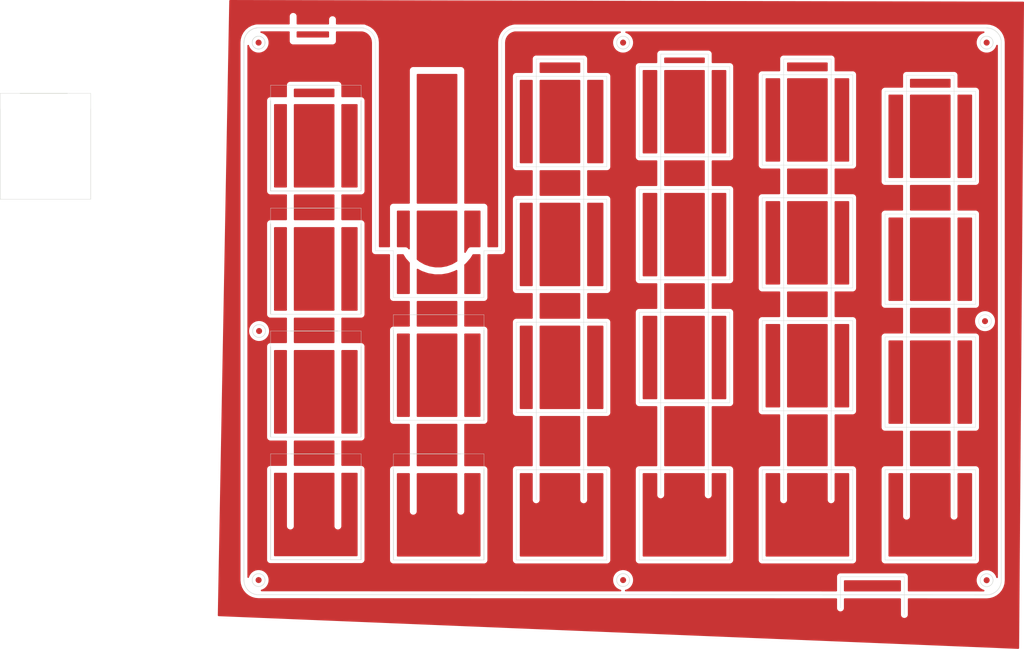
<source format=kicad_pcb>
(kicad_pcb (version 20171130) (host pcbnew "(5.1.8-0-10_14)")

  (general
    (thickness 1.6)
    (drawings 199)
    (tracks 0)
    (zones 0)
    (modules 0)
    (nets 1)
  )

  (page A4)
  (layers
    (0 F.Cu signal)
    (31 B.Cu signal)
    (32 B.Adhes user)
    (33 F.Adhes user)
    (34 B.Paste user)
    (35 F.Paste user)
    (36 B.SilkS user)
    (37 F.SilkS user)
    (38 B.Mask user)
    (39 F.Mask user)
    (40 Dwgs.User user)
    (41 Cmts.User user)
    (42 Eco1.User user)
    (43 Eco2.User user)
    (44 Edge.Cuts user)
    (45 Margin user)
    (46 B.CrtYd user)
    (47 F.CrtYd user)
    (48 B.Fab user)
    (49 F.Fab user)
  )

  (setup
    (last_trace_width 0.25)
    (trace_clearance 0.2)
    (zone_clearance 0.508)
    (zone_45_only no)
    (trace_min 0.2)
    (via_size 0.8)
    (via_drill 0.4)
    (via_min_size 0.4)
    (via_min_drill 0.3)
    (uvia_size 0.3)
    (uvia_drill 0.1)
    (uvias_allowed no)
    (uvia_min_size 0.2)
    (uvia_min_drill 0.1)
    (edge_width 0.05)
    (segment_width 0.2)
    (pcb_text_width 0.3)
    (pcb_text_size 1.5 1.5)
    (mod_edge_width 0.12)
    (mod_text_size 1 1)
    (mod_text_width 0.15)
    (pad_size 1.524 1.524)
    (pad_drill 0.762)
    (pad_to_mask_clearance 0)
    (aux_axis_origin 0 0)
    (visible_elements FFFFFF7F)
    (pcbplotparams
      (layerselection 0x010fc_ffffffff)
      (usegerberextensions false)
      (usegerberattributes true)
      (usegerberadvancedattributes true)
      (creategerberjobfile true)
      (excludeedgelayer true)
      (linewidth 0.100000)
      (plotframeref false)
      (viasonmask false)
      (mode 1)
      (useauxorigin false)
      (hpglpennumber 1)
      (hpglpenspeed 20)
      (hpglpendiameter 15.000000)
      (psnegative false)
      (psa4output false)
      (plotreference true)
      (plotvalue true)
      (plotinvisibletext false)
      (padsonsilk false)
      (subtractmaskfromsilk false)
      (outputformat 1)
      (mirror false)
      (drillshape 0)
      (scaleselection 1)
      (outputdirectory ""))
  )

  (net 0 "")

  (net_class Default "This is the default net class."
    (clearance 0.2)
    (trace_width 0.25)
    (via_dia 0.8)
    (via_drill 0.4)
    (uvia_dia 0.3)
    (uvia_drill 0.1)
  )

  (gr_line (start 113.1062 110.744) (end 120.4722 110.744) (layer Edge.Cuts) (width 0.05) (tstamp 60106D34))
  (gr_line (start 120.4722 110.744) (end 113.1062 110.744) (layer Edge.Cuts) (width 0.05) (tstamp 60106D33))
  (gr_line (start 110.029969 110.744) (end 124.059969 110.744) (layer Edge.Cuts) (width 0.05) (tstamp 60106D32))
  (gr_line (start 124.059969 113.13727) (end 124.059969 127.13727) (layer Edge.Cuts) (width 0.05) (tstamp 60106D31))
  (gr_line (start 110.0363 127.127) (end 110.0363 113.157) (layer Edge.Cuts) (width 0.05) (tstamp 60106D30))
  (gr_line (start 124.0663 110.744) (end 124.0663 127.127) (layer Edge.Cuts) (width 0.05) (tstamp 60106D2F))
  (gr_line (start 110.029969 127.13727) (end 110.029969 110.744) (layer Edge.Cuts) (width 0.05) (tstamp 60106D2D))
  (gr_line (start 113.1062 89.154) (end 120.4722 89.154) (layer Edge.Cuts) (width 0.05) (tstamp 60106D34))
  (gr_line (start 110.029969 89.154) (end 124.059969 89.154) (layer Edge.Cuts) (width 0.05) (tstamp 60106D32))
  (gr_line (start 124.059969 91.54727) (end 124.059969 105.54727) (layer Edge.Cuts) (width 0.05) (tstamp 60106D31))
  (gr_line (start 110.0363 105.537) (end 110.0363 91.567) (layer Edge.Cuts) (width 0.05) (tstamp 60106D30))
  (gr_line (start 124.0663 89.154) (end 124.0663 105.537) (layer Edge.Cuts) (width 0.05) (tstamp 60106D2F))
  (gr_line (start 124.059969 105.54727) (end 110.029969 105.54727) (layer Edge.Cuts) (width 0.05) (tstamp 60106D2E))
  (gr_line (start 110.029969 105.54727) (end 110.029969 89.154) (layer Edge.Cuts) (width 0.05) (tstamp 60106D2D))
  (gr_line (start 94.0562 110.744) (end 101.4222 110.744) (layer Edge.Cuts) (width 0.05) (tstamp 60106D34))
  (gr_line (start 101.4222 110.744) (end 94.0562 110.744) (layer Edge.Cuts) (width 0.05) (tstamp 60106D33))
  (gr_line (start 90.979969 110.744) (end 105.009969 110.744) (layer Edge.Cuts) (width 0.05) (tstamp 60106D32))
  (gr_line (start 105.009969 113.13727) (end 105.009969 127.13727) (layer Edge.Cuts) (width 0.05) (tstamp 60106D31))
  (gr_line (start 90.9863 127.127) (end 90.9863 113.157) (layer Edge.Cuts) (width 0.05) (tstamp 60106D30))
  (gr_line (start 105.0163 110.744) (end 105.0163 127.127) (layer Edge.Cuts) (width 0.05) (tstamp 60106D2F))
  (gr_line (start 105.009969 127.13727) (end 90.979969 127.13727) (layer Edge.Cuts) (width 0.05) (tstamp 60106D2E))
  (gr_line (start 90.979969 127.13727) (end 90.979969 110.744) (layer Edge.Cuts) (width 0.05) (tstamp 60106D2D))
  (gr_line (start 94.0562 91.694) (end 101.4222 91.694) (layer Edge.Cuts) (width 0.05) (tstamp 60106D34))
  (gr_line (start 101.4222 91.694) (end 94.0562 91.694) (layer Edge.Cuts) (width 0.05) (tstamp 60106D33))
  (gr_line (start 90.979969 91.694) (end 105.009969 91.694) (layer Edge.Cuts) (width 0.05) (tstamp 60106D32))
  (gr_line (start 105.009969 94.08727) (end 105.009969 108.08727) (layer Edge.Cuts) (width 0.05) (tstamp 60106D31))
  (gr_line (start 90.9863 108.077) (end 90.9863 94.107) (layer Edge.Cuts) (width 0.05) (tstamp 60106D30))
  (gr_line (start 105.0163 91.694) (end 105.0163 108.077) (layer Edge.Cuts) (width 0.05) (tstamp 60106D2F))
  (gr_line (start 90.979969 108.08727) (end 90.979969 91.694) (layer Edge.Cuts) (width 0.05) (tstamp 60106D2D))
  (gr_line (start 94.0562 72.644) (end 101.4222 72.644) (layer Edge.Cuts) (width 0.05) (tstamp 60106D34))
  (gr_line (start 101.4222 72.644) (end 94.0562 72.644) (layer Edge.Cuts) (width 0.05) (tstamp 60106D33))
  (gr_line (start 90.979969 72.644) (end 105.009969 72.644) (layer Edge.Cuts) (width 0.05) (tstamp 60106D32))
  (gr_line (start 105.009969 75.03727) (end 105.009969 89.03727) (layer Edge.Cuts) (width 0.05) (tstamp 60106D31))
  (gr_line (start 90.9863 89.027) (end 90.9863 75.057) (layer Edge.Cuts) (width 0.05) (tstamp 60106D30))
  (gr_line (start 105.0163 72.644) (end 105.0163 89.027) (layer Edge.Cuts) (width 0.05) (tstamp 60106D2F))
  (gr_line (start 90.979969 89.03727) (end 90.979969 72.644) (layer Edge.Cuts) (width 0.05) (tstamp 60106D2D))
  (gr_line (start 94.0562 53.594) (end 101.4222 53.594) (layer Edge.Cuts) (width 0.05) (tstamp 60106D34))
  (gr_line (start 101.4222 53.594) (end 94.0562 53.594) (layer Edge.Cuts) (width 0.05) (tstamp 60106D33))
  (gr_line (start 90.979969 53.594) (end 105.009969 53.594) (layer Edge.Cuts) (width 0.05) (tstamp 60106D32))
  (gr_line (start 105.009969 55.98727) (end 105.009969 69.98727) (layer Edge.Cuts) (width 0.05) (tstamp 60106D31))
  (gr_line (start 90.9863 69.977) (end 90.9863 56.007) (layer Edge.Cuts) (width 0.05) (tstamp 60106D30))
  (gr_line (start 105.0163 53.594) (end 105.0163 69.977) (layer Edge.Cuts) (width 0.05) (tstamp 60106D2F))
  (gr_line (start 105.009969 69.98727) (end 90.979969 69.98727) (layer Edge.Cuts) (width 0.05) (tstamp 60106D2E))
  (gr_line (start 90.979969 69.98727) (end 90.979969 53.594) (layer Edge.Cuts) (width 0.05) (tstamp 60106D2D))
  (gr_line (start 59.5122 54.864) (end 52.1462 54.864) (layer Edge.Cuts) (width 0.05) (tstamp 60106C53))
  (gr_line (start 49.069969 54.864) (end 63.099969 54.864) (layer Edge.Cuts) (width 0.05) (tstamp 60106C52))
  (gr_line (start 63.099969 57.25727) (end 63.099969 71.25727) (layer Edge.Cuts) (width 0.05) (tstamp 60106C51))
  (gr_line (start 63.099969 71.25727) (end 49.069969 71.25727) (layer Edge.Cuts) (width 0.05) (tstamp 60106C50))
  (gr_line (start 49.069969 71.25727) (end 49.069969 54.864) (layer Edge.Cuts) (width 0.05) (tstamp 60106C4F))
  (gr_line (start 49.0763 71.247) (end 49.0763 57.277) (layer Edge.Cuts) (width 0.05) (tstamp 60106C4E))
  (gr_line (start 63.1063 54.864) (end 63.1063 71.247) (layer Edge.Cuts) (width 0.05) (tstamp 60106C4D))
  (gr_line (start 52.1462 54.864) (end 59.5122 54.864) (layer Edge.Cuts) (width 0.05) (tstamp 60106C4C))
  (gr_line (start 189.23 129.794) (end 189.23 135.636) (layer Edge.Cuts) (width 0.05))
  (gr_line (start 179.324 129.794) (end 189.23 129.794) (layer Edge.Cuts) (width 0.05))
  (gr_line (start 179.324 134.62) (end 179.324 129.794) (layer Edge.Cuts) (width 0.05))
  (gr_line (start 196.9262 52.07) (end 189.5602 52.07) (layer Edge.Cuts) (width 0.05) (tstamp 601064F1))
  (gr_line (start 189.5602 52.07) (end 189.5602 120.396) (layer Edge.Cuts) (width 0.05) (tstamp 601064F0))
  (gr_line (start 196.9262 120.396) (end 196.9262 52.07) (layer Edge.Cuts) (width 0.05) (tstamp 601064EF))
  (gr_line (start 177.8762 49.53) (end 170.5102 49.53) (layer Edge.Cuts) (width 0.05) (tstamp 601064F1))
  (gr_line (start 170.5102 49.53) (end 170.5102 117.856) (layer Edge.Cuts) (width 0.05) (tstamp 601064F0))
  (gr_line (start 177.8762 117.856) (end 177.8762 49.53) (layer Edge.Cuts) (width 0.05) (tstamp 601064EF))
  (gr_line (start 158.8262 48.768) (end 151.4602 48.768) (layer Edge.Cuts) (width 0.05) (tstamp 601064F1))
  (gr_line (start 151.4602 48.768) (end 151.4602 117.094) (layer Edge.Cuts) (width 0.05) (tstamp 601064F0))
  (gr_line (start 158.8262 117.094) (end 158.8262 48.768) (layer Edge.Cuts) (width 0.05) (tstamp 601064EF))
  (gr_line (start 139.5222 49.53) (end 132.1562 49.53) (layer Edge.Cuts) (width 0.05) (tstamp 601064F1))
  (gr_line (start 132.1562 49.53) (end 132.1562 117.856) (layer Edge.Cuts) (width 0.05) (tstamp 601064F0))
  (gr_line (start 139.5222 117.856) (end 139.5222 49.53) (layer Edge.Cuts) (width 0.05) (tstamp 601064EF))
  (gr_line (start 101.4222 53.594) (end 94.0562 53.594) (layer Edge.Cuts) (width 0.05) (tstamp 601062BD))
  (gr_line (start 94.0562 53.594) (end 101.4222 53.594) (layer Edge.Cuts) (width 0.05))
  (gr_line (start 104.95026 44.718122) (end 88.900328 44.704002) (layer Edge.Cuts) (width 0.05) (tstamp 60105CCF))
  (gr_arc (start 89.154327 46.990001) (end 88.900328 44.704002) (angle -83.65983026) (layer Edge.Cuts) (width 0.05) (tstamp 60105CD1))
  (gr_line (start 126.7968 79.248) (end 126.7968 46.993161) (layer Edge.Cuts) (width 0.05) (tstamp 60105CD4))
  (gr_line (start 124.059969 79.248) (end 126.7968 79.248) (layer Edge.Cuts) (width 0.05) (tstamp 60105CD5))
  (gr_line (start 107.2388 79.248) (end 110.029969 79.248) (layer Edge.Cuts) (width 0.05) (tstamp 60105CD9))
  (gr_circle (center 89.126193 46.990001) (end 90.126193 46.990001) (layer Edge.Cuts) (width 0.05) (tstamp 60105CDA))
  (gr_arc (start 104.966121 46.975878) (end 107.238054 46.975878) (angle -90.40000105) (layer Edge.Cuts) (width 0.05) (tstamp 60105CD3))
  (gr_line (start 107.240594 46.975878) (end 107.240594 79.233878) (layer Edge.Cuts) (width 0.05) (tstamp 60105CCB))
  (gr_arc (start 129.080302 46.99) (end 128.826303 44.71811) (angle -83.70000491) (layer Edge.Cuts) (width 0.05) (tstamp 60105CD8))
  (gr_circle (center 145.628226 46.99) (end 146.628226 46.99) (layer Edge.Cuts) (width 0.05) (tstamp 60105E00))
  (gr_line (start 86.8568 46.990001) (end 86.8568 130.300033) (layer Edge.Cuts) (width 0.05) (tstamp 60105DFF))
  (gr_circle (center 89.128733 130.300032) (end 90.128733 130.300032) (layer Edge.Cuts) (width 0.05) (tstamp 60105DFE))
  (gr_circle (center 201.9808 46.99) (end 202.9808 46.99) (layer Edge.Cuts) (width 0.05) (tstamp 60105DFD))
  (gr_circle (center 201.9808 130.324776) (end 202.9808 130.324776) (layer Edge.Cuts) (width 0.05) (tstamp 60105DFC))
  (gr_circle (center 89.128733 46.990001) (end 90.128733 46.990001) (layer Edge.Cuts) (width 0.05) (tstamp 60105DFB))
  (gr_circle (center 89.2048 91.694) (end 90.2048 91.694) (layer Edge.Cuts) (width 0.05) (tstamp 60105DF9))
  (gr_circle (center 145.628226 130.300032) (end 146.628226 130.300032) (layer Edge.Cuts) (width 0.05) (tstamp 60105DF8))
  (gr_arc (start 89.128733 130.300032) (end 86.8568 130.300033) (angle -90.4) (layer Edge.Cuts) (width 0.05) (tstamp 60105DF7))
  (gr_arc (start 201.982834 130.324776) (end 204.254767 130.324777) (angle 90.35253802) (layer Edge.Cuts) (width 0.05) (tstamp 60105DF6))
  (gr_arc (start 201.9808 46.99) (end 204.252733 46.989999) (angle -90.35253802) (layer Edge.Cuts) (width 0.05) (tstamp 60105DF5))
  (gr_arc (start 89.156867 46.990001) (end 88.902868 44.704002) (angle -83.65983026) (layer Edge.Cuts) (width 0.05) (tstamp 60105DF4))
  (gr_line (start 204.254767 130.324777) (end 204.252733 46.989999) (layer Edge.Cuts) (width 0.05) (tstamp 60105DF3))
  (gr_line (start 89.144595 132.57191) (end 201.968854 132.596666) (layer Edge.Cuts) (width 0.05) (tstamp 60105DF2))
  (gr_line (start 105.0163 56.007) (end 105.0163 69.977) (layer Edge.Cuts) (width 0.05) (tstamp 60105DF1))
  (gr_line (start 90.9863 69.977) (end 90.9863 56.007) (layer Edge.Cuts) (width 0.05) (tstamp 60105DEF))
  (gr_line (start 105.0128 113.157) (end 105.0128 127.127) (layer Edge.Cuts) (width 0.05) (tstamp 60105DEE))
  (gr_line (start 90.9828 108.077) (end 90.9828 94.107) (layer Edge.Cuts) (width 0.05) (tstamp 60105DE9))
  (gr_line (start 105.0128 75.057) (end 105.0128 89.027) (layer Edge.Cuts) (width 0.05) (tstamp 60105DE8))
  (gr_line (start 90.9828 89.027) (end 90.9828 75.057) (layer Edge.Cuts) (width 0.05) (tstamp 60105DE6))
  (gr_line (start 129.079969 66.22807) (end 129.079969 52.22807) (layer Edge.Cuts) (width 0.05) (tstamp 60105DE1))
  (gr_line (start 143.109969 66.22807) (end 129.079969 66.22807) (layer Edge.Cuts) (width 0.05) (tstamp 60105DE0))
  (gr_line (start 143.109969 52.22807) (end 143.109969 66.22807) (layer Edge.Cuts) (width 0.05) (tstamp 60105DDF))
  (gr_line (start 129.109969 52.22807) (end 143.109969 52.22807) (layer Edge.Cuts) (width 0.05) (tstamp 60105DDE))
  (gr_line (start 110.029969 127.18807) (end 110.029969 113.18807) (layer Edge.Cuts) (width 0.05) (tstamp 60105D92))
  (gr_line (start 124.059969 127.18807) (end 110.029969 127.18807) (layer Edge.Cuts) (width 0.05) (tstamp 60105D91))
  (gr_line (start 124.059969 113.18807) (end 124.059969 127.18807) (layer Edge.Cuts) (width 0.05) (tstamp 60105D90))
  (gr_line (start 129.079969 127.18807) (end 129.079969 113.18807) (layer Edge.Cuts) (width 0.05) (tstamp 60105D8E))
  (gr_line (start 143.109969 127.18807) (end 129.079969 127.18807) (layer Edge.Cuts) (width 0.05) (tstamp 60105D8D))
  (gr_line (start 143.109969 113.18807) (end 143.109969 127.18807) (layer Edge.Cuts) (width 0.05) (tstamp 60105D8C))
  (gr_line (start 129.109969 113.18807) (end 143.109969 113.18807) (layer Edge.Cuts) (width 0.05) (tstamp 60105D8B))
  (gr_line (start 204.254767 130.324777) (end 204.252733 46.989999) (layer Edge.Cuts) (width 0.05) (tstamp 60105D8A))
  (gr_line (start 148.129969 83.75407) (end 148.129969 69.75407) (layer Edge.Cuts) (width 0.05) (tstamp 60105D70))
  (gr_line (start 162.159969 83.75407) (end 148.129969 83.75407) (layer Edge.Cuts) (width 0.05) (tstamp 60105D6F))
  (gr_line (start 162.159969 69.75407) (end 162.159969 83.75407) (layer Edge.Cuts) (width 0.05) (tstamp 60105D6E))
  (gr_line (start 148.159969 69.75407) (end 162.159969 69.75407) (layer Edge.Cuts) (width 0.05) (tstamp 60105D6D))
  (gr_line (start 167.179969 85.02407) (end 167.179969 71.02407) (layer Edge.Cuts) (width 0.05) (tstamp 60105D6C))
  (gr_line (start 181.209969 85.02407) (end 167.179969 85.02407) (layer Edge.Cuts) (width 0.05) (tstamp 60105D6B))
  (gr_line (start 181.209969 71.02407) (end 181.209969 85.02407) (layer Edge.Cuts) (width 0.05) (tstamp 60105D6A))
  (gr_line (start 167.209969 71.02407) (end 181.209969 71.02407) (layer Edge.Cuts) (width 0.05) (tstamp 60105D69))
  (gr_line (start 186.229969 87.56407) (end 186.229969 73.56407) (layer Edge.Cuts) (width 0.05) (tstamp 60105D68))
  (gr_line (start 200.259969 87.56407) (end 186.229969 87.56407) (layer Edge.Cuts) (width 0.05) (tstamp 60105D67))
  (gr_line (start 200.259969 73.56407) (end 200.259969 87.56407) (layer Edge.Cuts) (width 0.05) (tstamp 60105D66))
  (gr_line (start 186.259969 73.56407) (end 200.259969 73.56407) (layer Edge.Cuts) (width 0.05) (tstamp 60105D65))
  (gr_line (start 186.229969 68.51407) (end 186.229969 54.51407) (layer Edge.Cuts) (width 0.05) (tstamp 60105D64))
  (gr_line (start 167.209969 90.07407) (end 181.209969 90.07407) (layer Edge.Cuts) (width 0.05) (tstamp 60105D63))
  (gr_line (start 148.129969 102.80407) (end 148.129969 88.80407) (layer Edge.Cuts) (width 0.05) (tstamp 60105D62))
  (gr_line (start 162.159969 102.80407) (end 148.129969 102.80407) (layer Edge.Cuts) (width 0.05) (tstamp 60105D61))
  (gr_line (start 162.159969 88.80407) (end 162.159969 102.80407) (layer Edge.Cuts) (width 0.05) (tstamp 60105D60))
  (gr_line (start 148.159969 88.80407) (end 162.159969 88.80407) (layer Edge.Cuts) (width 0.05) (tstamp 60105D5F))
  (gr_line (start 200.259969 68.51407) (end 186.229969 68.51407) (layer Edge.Cuts) (width 0.05) (tstamp 60105D5E))
  (gr_line (start 200.259969 54.51407) (end 200.259969 68.51407) (layer Edge.Cuts) (width 0.05) (tstamp 60105D5D))
  (gr_line (start 186.259969 54.51407) (end 200.259969 54.51407) (layer Edge.Cuts) (width 0.05) (tstamp 60105D5C))
  (gr_line (start 167.179969 65.97407) (end 167.179969 51.97407) (layer Edge.Cuts) (width 0.05) (tstamp 60105D5B))
  (gr_line (start 181.209969 65.97407) (end 167.179969 65.97407) (layer Edge.Cuts) (width 0.05) (tstamp 60105D5A))
  (gr_line (start 181.209969 51.97407) (end 181.209969 65.97407) (layer Edge.Cuts) (width 0.05) (tstamp 60105D59))
  (gr_line (start 167.209969 51.97407) (end 181.209969 51.97407) (layer Edge.Cuts) (width 0.05) (tstamp 60105D58))
  (gr_line (start 148.129969 64.70407) (end 148.129969 50.70407) (layer Edge.Cuts) (width 0.05) (tstamp 60105D57))
  (gr_line (start 162.159969 64.70407) (end 148.129969 64.70407) (layer Edge.Cuts) (width 0.05) (tstamp 60105D56))
  (gr_line (start 162.159969 50.70407) (end 162.159969 64.70407) (layer Edge.Cuts) (width 0.05) (tstamp 60105D55))
  (gr_line (start 148.159969 50.70407) (end 162.159969 50.70407) (layer Edge.Cuts) (width 0.05) (tstamp 60105D54))
  (gr_line (start 90.979969 89.08807) (end 90.979969 75.08807) (layer Edge.Cuts) (width 0.05) (tstamp 60105D53))
  (gr_line (start 105.009969 89.08807) (end 90.979969 89.08807) (layer Edge.Cuts) (width 0.05) (tstamp 60105D52))
  (gr_line (start 105.009969 75.08807) (end 105.009969 89.08807) (layer Edge.Cuts) (width 0.05) (tstamp 60105D51))
  (gr_line (start 90.979969 108.13807) (end 90.979969 94.13807) (layer Edge.Cuts) (width 0.05) (tstamp 60105D4F))
  (gr_line (start 105.009969 108.13807) (end 90.979969 108.13807) (layer Edge.Cuts) (width 0.05) (tstamp 60105D4E))
  (gr_line (start 105.009969 94.13807) (end 105.009969 108.13807) (layer Edge.Cuts) (width 0.05) (tstamp 60105D4D))
  (gr_line (start 90.979969 127.13727) (end 90.979969 113.13727) (layer Edge.Cuts) (width 0.05) (tstamp 60105D4B))
  (gr_line (start 105.009969 127.13727) (end 90.979969 127.13727) (layer Edge.Cuts) (width 0.05) (tstamp 60105D4A))
  (gr_line (start 105.009969 113.13727) (end 105.009969 127.13727) (layer Edge.Cuts) (width 0.05) (tstamp 60105D49))
  (gr_line (start 90.979969 69.98727) (end 90.979969 55.98727) (layer Edge.Cuts) (width 0.05) (tstamp 60105D47))
  (gr_line (start 105.009969 69.98727) (end 90.979969 69.98727) (layer Edge.Cuts) (width 0.05) (tstamp 60105D46))
  (gr_line (start 105.009969 55.98727) (end 105.009969 69.98727) (layer Edge.Cuts) (width 0.05) (tstamp 60105D45))
  (gr_arc (start 201.982834 130.324776) (end 204.254767 130.324777) (angle 90.35253802) (layer Edge.Cuts) (width 0.05) (tstamp 60105D43))
  (gr_arc (start 89.156867 46.990001) (end 88.902868 44.704002) (angle -83.65983026) (layer Edge.Cuts) (width 0.05) (tstamp 60105D42))
  (gr_circle (center 89.128733 46.990001) (end 90.128733 46.990001) (layer Edge.Cuts) (width 0.05) (tstamp 60105D41))
  (gr_circle (center 201.9808 130.324776) (end 202.9808 130.324776) (layer Edge.Cuts) (width 0.05) (tstamp 60105D40))
  (gr_line (start 86.8568 46.990001) (end 86.8568 130.300033) (layer Edge.Cuts) (width 0.05) (tstamp 60105D3F))
  (gr_arc (start 201.9808 46.99) (end 204.252733 46.989999) (angle -90.35253802) (layer Edge.Cuts) (width 0.05) (tstamp 60105D3E))
  (gr_arc (start 89.128733 130.300032) (end 86.8568 130.300033) (angle -90.4) (layer Edge.Cuts) (width 0.05) (tstamp 60105D3D))
  (gr_circle (center 89.128733 130.300032) (end 90.128733 130.300032) (layer Edge.Cuts) (width 0.05) (tstamp 60105D3C))
  (gr_circle (center 201.9808 46.99) (end 202.9808 46.99) (layer Edge.Cuts) (width 0.05) (tstamp 60105D3B))
  (gr_line (start 105.459006 44.718122) (end 88.902868 44.704002) (layer Edge.Cuts) (width 0.05) (tstamp 60105D3A))
  (gr_circle (center 145.628226 130.300032) (end 146.628226 130.300032) (layer Edge.Cuts) (width 0.05) (tstamp 60105D39))
  (gr_circle (center 89.2048 91.694) (end 90.2048 91.694) (layer Edge.Cuts) (width 0.05) (tstamp 60105D38))
  (gr_circle (center 201.7268 90.17) (end 202.7268 90.17) (layer Edge.Cuts) (width 0.05) (tstamp 60105D37))
  (gr_line (start 148.129969 127.18807) (end 148.129969 113.18807) (layer Edge.Cuts) (width 0.05) (tstamp 60105D04))
  (gr_line (start 162.159969 127.18807) (end 148.129969 127.18807) (layer Edge.Cuts) (width 0.05) (tstamp 60105D03))
  (gr_line (start 162.159969 113.18807) (end 162.159969 127.18807) (layer Edge.Cuts) (width 0.05) (tstamp 60105D02))
  (gr_line (start 148.159969 113.18807) (end 162.159969 113.18807) (layer Edge.Cuts) (width 0.05) (tstamp 60105D01))
  (gr_line (start 167.179969 127.18807) (end 167.179969 113.18807) (layer Edge.Cuts) (width 0.05) (tstamp 60105D00))
  (gr_line (start 181.209969 127.18807) (end 167.179969 127.18807) (layer Edge.Cuts) (width 0.05) (tstamp 60105CFF))
  (gr_line (start 181.209969 113.18807) (end 181.209969 127.18807) (layer Edge.Cuts) (width 0.05) (tstamp 60105CFE))
  (gr_line (start 167.209969 113.18807) (end 181.209969 113.18807) (layer Edge.Cuts) (width 0.05) (tstamp 60105CFD))
  (gr_line (start 186.229969 127.18807) (end 186.229969 113.18807) (layer Edge.Cuts) (width 0.05) (tstamp 60105CFC))
  (gr_line (start 200.259969 127.18807) (end 186.229969 127.18807) (layer Edge.Cuts) (width 0.05) (tstamp 60105CFB))
  (gr_line (start 200.259969 113.18807) (end 200.259969 127.18807) (layer Edge.Cuts) (width 0.05) (tstamp 60105CFA))
  (gr_line (start 186.259969 113.18807) (end 200.259969 113.18807) (layer Edge.Cuts) (width 0.05) (tstamp 60105CF9))
  (gr_line (start 186.229969 106.61407) (end 186.229969 92.61407) (layer Edge.Cuts) (width 0.05) (tstamp 60105CF8))
  (gr_line (start 200.259969 106.61407) (end 186.229969 106.61407) (layer Edge.Cuts) (width 0.05) (tstamp 60105CF7))
  (gr_line (start 200.259969 92.61407) (end 200.259969 106.61407) (layer Edge.Cuts) (width 0.05) (tstamp 60105CF6))
  (gr_line (start 186.259969 92.61407) (end 200.259969 92.61407) (layer Edge.Cuts) (width 0.05) (tstamp 60105CF5))
  (gr_line (start 167.179969 104.07407) (end 167.179969 90.07407) (layer Edge.Cuts) (width 0.05) (tstamp 60105CF4))
  (gr_line (start 181.209969 104.07407) (end 167.179969 104.07407) (layer Edge.Cuts) (width 0.05) (tstamp 60105CF3))
  (gr_line (start 181.209969 90.07407) (end 181.209969 104.07407) (layer Edge.Cuts) (width 0.05) (tstamp 60105CF2))
  (gr_line (start 110.029969 86.49727) (end 110.029969 79.248) (layer Edge.Cuts) (width 0.05) (tstamp 60105CA5))
  (gr_line (start 124.059969 86.49727) (end 110.029969 86.49727) (layer Edge.Cuts) (width 0.05) (tstamp 60105CA4))
  (gr_line (start 124.059969 79.248) (end 124.059969 86.49727) (layer Edge.Cuts) (width 0.05) (tstamp 60105CA3))
  (gr_line (start 129.079969 85.27807) (end 129.079969 71.27807) (layer Edge.Cuts) (width 0.05) (tstamp 60105CA1))
  (gr_line (start 143.109969 85.27807) (end 129.079969 85.27807) (layer Edge.Cuts) (width 0.05) (tstamp 60105CA0))
  (gr_line (start 143.109969 71.27807) (end 143.109969 85.27807) (layer Edge.Cuts) (width 0.05) (tstamp 60105C9F))
  (gr_line (start 129.109969 71.27807) (end 143.109969 71.27807) (layer Edge.Cuts) (width 0.05) (tstamp 60105C9E))
  (gr_line (start 201.96682 44.71811) (end 128.828843 44.71811) (layer Edge.Cuts) (width 0.05) (tstamp 60105C20))
  (gr_line (start 89.144595 132.57191) (end 201.968854 132.596666) (layer Edge.Cuts) (width 0.05) (tstamp 60105BBB))
  (gr_line (start 129.079969 104.32807) (end 129.079969 90.32807) (layer Edge.Cuts) (width 0.05) (tstamp 60105BBA))
  (gr_line (start 143.109969 104.32807) (end 129.079969 104.32807) (layer Edge.Cuts) (width 0.05) (tstamp 60105BB9))
  (gr_line (start 143.109969 90.32807) (end 143.109969 104.32807) (layer Edge.Cuts) (width 0.05) (tstamp 60105BB8))
  (gr_line (start 129.109969 90.32807) (end 143.109969 90.32807) (layer Edge.Cuts) (width 0.05) (tstamp 60105BB7))
  (gr_line (start 110.029969 105.54727) (end 110.029969 91.54727) (layer Edge.Cuts) (width 0.05) (tstamp 60105BB6))
  (gr_line (start 124.059969 91.54727) (end 124.059969 105.54727) (layer Edge.Cuts) (width 0.05) (tstamp 60105BB4))
  (gr_circle (center 145.6268 46.99) (end 146.6268 46.99) (layer Edge.Cuts) (width 0.05) (tstamp 60105B36))

  (zone (net 0) (net_name "") (layer F.Cu) (tstamp 60106658) (hatch edge 0.508)
    (connect_pads (clearance 0.508))
    (min_thickness 0.254)
    (fill yes (arc_segments 32) (thermal_gap 0.508) (thermal_bridge_width 0.508))
    (polygon
      (pts
        (xy 207.772 40.64) (xy 207.01 140.97) (xy 82.804 135.89) (xy 84.582 40.386)
      )
    )
    (filled_polygon
      (pts
        (xy 207.644034 40.766737) (xy 206.884001 140.83774) (xy 82.93329 135.768182) (xy 84.586678 46.957583) (xy 86.1968 46.957583)
        (xy 86.196801 130.332452) (xy 86.197026 130.334734) (xy 86.197037 130.336352) (xy 86.199394 130.358782) (xy 86.200171 130.366669)
        (xy 86.200171 130.396159) (xy 86.201134 130.405324) (xy 86.25056 130.845964) (xy 86.262991 130.904447) (xy 86.274616 130.963156)
        (xy 86.277341 130.971959) (xy 86.411413 131.394607) (xy 86.434974 131.449578) (xy 86.457774 131.504896) (xy 86.462157 131.513002)
        (xy 86.675769 131.901558) (xy 86.709542 131.950881) (xy 86.742667 132.000739) (xy 86.748541 132.007839) (xy 87.033555 132.347506)
        (xy 87.076269 132.389334) (xy 87.118446 132.431807) (xy 87.125587 132.437631) (xy 87.471149 132.715469) (xy 87.521202 132.748222)
        (xy 87.570795 132.781674) (xy 87.578929 132.785998) (xy 87.578937 132.786002) (xy 87.971878 132.991427) (xy 88.027331 133.013831)
        (xy 88.082486 133.037016) (xy 88.091308 133.039679) (xy 88.516671 133.16487) (xy 88.57539 133.176071) (xy 88.634027 133.188108)
        (xy 88.643198 133.189007) (xy 89.08248 133.228985) (xy 89.112032 133.231902) (xy 178.664 133.251552) (xy 178.664 134.652418)
        (xy 178.67355 134.749382) (xy 178.71129 134.873792) (xy 178.772575 134.988449) (xy 178.855052 135.088948) (xy 178.95555 135.171425)
        (xy 179.070207 135.23271) (xy 179.194617 135.27045) (xy 179.324 135.283193) (xy 179.453382 135.27045) (xy 179.577792 135.23271)
        (xy 179.692449 135.171425) (xy 179.792948 135.088948) (xy 179.875425 134.98845) (xy 179.93671 134.873793) (xy 179.97445 134.749383)
        (xy 179.984 134.652419) (xy 179.984 133.251842) (xy 188.570001 133.253726) (xy 188.570001 135.668419) (xy 188.579551 135.765383)
        (xy 188.617291 135.889793) (xy 188.678576 136.00445) (xy 188.761053 136.104948) (xy 188.861551 136.187425) (xy 188.976208 136.24871)
        (xy 189.100618 136.28645) (xy 189.23 136.299193) (xy 189.359383 136.28645) (xy 189.483793 136.24871) (xy 189.59845 136.187425)
        (xy 189.698948 136.104948) (xy 189.781425 136.00445) (xy 189.84271 135.889793) (xy 189.88045 135.765383) (xy 189.89 135.668419)
        (xy 189.89 133.254015) (xy 201.969115 133.256666) (xy 201.969157 133.256666) (xy 202.001128 133.256673) (xy 202.030921 133.253745)
        (xy 202.058511 133.253938) (xy 202.067682 133.253039) (xy 202.508657 133.206691) (xy 202.567244 133.194664) (xy 202.626014 133.183454)
        (xy 202.634836 133.18079) (xy 203.05841 133.049672) (xy 203.113561 133.026488) (xy 203.169019 133.004082) (xy 203.177156 132.999756)
        (xy 203.567195 132.788861) (xy 203.616762 132.755428) (xy 203.666841 132.722657) (xy 203.673982 132.716833) (xy 204.01563 132.434197)
        (xy 204.057769 132.391762) (xy 204.100519 132.349899) (xy 204.106393 132.342798) (xy 204.386638 131.999185) (xy 204.419743 131.949359)
        (xy 204.453538 131.900002) (xy 204.457921 131.891896) (xy 204.666085 131.500394) (xy 204.688865 131.445126) (xy 204.712446 131.390108)
        (xy 204.715171 131.381304) (xy 204.843329 130.956825) (xy 204.854949 130.898137) (xy 204.867385 130.839634) (xy 204.868348 130.830469)
        (xy 204.911617 130.389183) (xy 204.911617 130.389172) (xy 204.914767 130.357179) (xy 204.912732 46.957564) (xy 204.909418 46.923925)
        (xy 204.909441 46.896299) (xy 204.908485 46.887134) (xy 204.859423 46.446452) (xy 204.847043 46.387972) (xy 204.835465 46.329241)
        (xy 204.832747 46.320436) (xy 204.699025 45.897677) (xy 204.675517 45.842703) (xy 204.652757 45.787352) (xy 204.64838 45.779243)
        (xy 204.435091 45.390508) (xy 204.401343 45.341132) (xy 204.368273 45.291268) (xy 204.362405 45.284163) (xy 204.077672 44.944261)
        (xy 204.034965 44.902371) (xy 203.992853 44.859893) (xy 203.985716 44.854063) (xy 203.640384 44.575937) (xy 203.590363 44.543145)
        (xy 203.540793 44.50965) (xy 203.53266 44.505317) (xy 203.139884 44.299565) (xy 203.084436 44.277109) (xy 203.029315 44.253884)
        (xy 203.020495 44.251213) (xy 202.595235 44.125669) (xy 202.536492 44.114413) (xy 202.477896 44.102334) (xy 202.468728 44.101428)
        (xy 202.468726 44.101428) (xy 202.029285 44.061069) (xy 201.999239 44.05811) (xy 128.796424 44.05811) (xy 128.69946 44.06766)
        (xy 128.683365 44.072542) (xy 128.513954 44.099463) (xy 128.472438 44.1103) (xy 128.430312 44.118396) (xy 128.421494 44.121072)
        (xy 127.995472 44.253594) (xy 127.940368 44.276847) (xy 127.884927 44.299336) (xy 127.876801 44.303672) (xy 127.876796 44.303674)
        (xy 127.876792 44.303677) (xy 127.484628 44.51642) (xy 127.435112 44.549919) (xy 127.385073 44.582762) (xy 127.37794 44.588597)
        (xy 127.034563 44.873464) (xy 126.992467 44.915972) (xy 126.94979 44.95788) (xy 126.943926 44.964989) (xy 126.66242 45.311126)
        (xy 126.629388 45.360993) (xy 126.595659 45.410399) (xy 126.591287 45.418511) (xy 126.382373 45.812734) (xy 126.359657 45.868064)
        (xy 126.336164 45.923086) (xy 126.333452 45.931893) (xy 126.205089 46.359186) (xy 126.193554 46.417868) (xy 126.181195 46.476411)
        (xy 126.180244 46.485577) (xy 126.137321 46.929665) (xy 126.137356 46.955103) (xy 126.136801 46.960742) (xy 126.1368 78.588)
        (xy 124.719969 78.588) (xy 124.719969 72.529689) (xy 124.723162 72.49727) (xy 124.710419 72.367887) (xy 124.672679 72.243477)
        (xy 124.611394 72.12882) (xy 124.528917 72.028322) (xy 124.428419 71.945845) (xy 124.313762 71.88456) (xy 124.189352 71.84682)
        (xy 124.092388 71.83727) (xy 124.059969 71.834077) (xy 124.02755 71.83727) (xy 121.1322 71.83727) (xy 121.1322 51.340419)
        (xy 121.135393 51.308) (xy 121.12265 51.178617) (xy 121.08491 51.054207) (xy 121.023625 50.93955) (xy 120.941148 50.839052)
        (xy 120.84065 50.756575) (xy 120.725993 50.69529) (xy 120.601583 50.65755) (xy 120.504619 50.648) (xy 120.4722 50.644807)
        (xy 120.439781 50.648) (xy 113.138619 50.648) (xy 113.1062 50.644807) (xy 113.073781 50.648) (xy 112.976817 50.65755)
        (xy 112.852407 50.69529) (xy 112.73775 50.756575) (xy 112.637252 50.839052) (xy 112.554775 50.93955) (xy 112.49349 51.054207)
        (xy 112.45575 51.178617) (xy 112.443007 51.308) (xy 112.4462 51.340419) (xy 112.4462 71.83727) (xy 110.062388 71.83727)
        (xy 110.029969 71.834077) (xy 109.900587 71.84682) (xy 109.776177 71.88456) (xy 109.66152 71.945845) (xy 109.561022 72.028322)
        (xy 109.478545 72.12882) (xy 109.41726 72.243477) (xy 109.37952 72.367887) (xy 109.36997 72.464851) (xy 109.36997 78.588)
        (xy 107.900594 78.588) (xy 107.900594 46.943459) (xy 107.894683 46.883443) (xy 107.894683 46.879752) (xy 107.89372 46.870587)
        (xy 107.891234 46.848422) (xy 107.891044 46.846495) (xy 107.891002 46.846357) (xy 107.844294 46.429946) (xy 107.831861 46.371457)
        (xy 107.820238 46.312754) (xy 107.817513 46.303951) (xy 107.683441 45.881304) (xy 107.65988 45.826332) (xy 107.637081 45.771017)
        (xy 107.632697 45.762911) (xy 107.632697 45.76291) (xy 107.632694 45.762906) (xy 107.419086 45.374354) (xy 107.385299 45.325009)
        (xy 107.352187 45.275171) (xy 107.346313 45.268071) (xy 107.061298 44.928404) (xy 107.018568 44.88656) (xy 106.97641 44.844106)
        (xy 106.969268 44.838282) (xy 106.623707 44.560443) (xy 106.573655 44.52769) (xy 106.52406 44.494237) (xy 106.515928 44.489914)
        (xy 106.515924 44.489911) (xy 106.51592 44.489909) (xy 106.122977 44.284484) (xy 106.067545 44.262088) (xy 106.012369 44.238894)
        (xy 106.003547 44.236231) (xy 105.861141 44.194319) (xy 105.827926 44.167012) (xy 105.713321 44.105629) (xy 105.588943 44.067783)
        (xy 105.491987 44.05815) (xy 105.132346 44.057843) (xy 105.010078 44.046716) (xy 104.881271 44.047616) (xy 104.832693 44.057588)
        (xy 101.244 44.054527) (xy 101.244 43.401581) (xy 101.23445 43.304617) (xy 101.19671 43.180207) (xy 101.135425 43.06555)
        (xy 101.052948 42.965052) (xy 100.95245 42.882575) (xy 100.837793 42.82129) (xy 100.713383 42.78355) (xy 100.584 42.770807)
        (xy 100.454618 42.78355) (xy 100.330208 42.82129) (xy 100.215551 42.882575) (xy 100.115053 42.965052) (xy 100.032576 43.06555)
        (xy 99.971291 43.180207) (xy 99.933551 43.304617) (xy 99.924001 43.401581) (xy 99.924001 44.053401) (xy 95.148 44.049328)
        (xy 95.148 42.893581) (xy 95.13845 42.796617) (xy 95.10071 42.672207) (xy 95.039425 42.55755) (xy 94.956948 42.457052)
        (xy 94.856449 42.374575) (xy 94.741792 42.31329) (xy 94.617382 42.27555) (xy 94.488 42.262807) (xy 94.358617 42.27555)
        (xy 94.234207 42.31329) (xy 94.11955 42.374575) (xy 94.019052 42.457052) (xy 93.936575 42.557551) (xy 93.87529 42.672208)
        (xy 93.83755 42.796618) (xy 93.828 42.893582) (xy 93.828 44.048203) (xy 88.871012 44.043975) (xy 88.871 44.043976)
        (xy 88.86849 44.043974) (xy 88.771518 44.053439) (xy 88.752672 44.059138) (xy 88.58893 44.084984) (xy 88.547519 44.095747)
        (xy 88.505488 44.103765) (xy 88.496666 44.106429) (xy 88.067847 44.23917) (xy 88.012721 44.262344) (xy 87.957239 44.284759)
        (xy 87.949103 44.289086) (xy 87.554234 44.502591) (xy 87.50465 44.536036) (xy 87.454587 44.568796) (xy 87.447446 44.57462)
        (xy 87.101567 44.860756) (xy 87.059428 44.903191) (xy 87.016678 44.945054) (xy 87.010804 44.952155) (xy 86.727089 45.300023)
        (xy 86.693974 45.349865) (xy 86.660189 45.399206) (xy 86.655806 45.407312) (xy 86.445063 45.803663) (xy 86.42227 45.858964)
        (xy 86.398703 45.913949) (xy 86.395978 45.922753) (xy 86.266233 46.352488) (xy 86.254613 46.411172) (xy 86.242177 46.46968)
        (xy 86.241214 46.478845) (xy 86.19741 46.925597) (xy 86.19741 46.951389) (xy 86.1968 46.957583) (xy 84.586678 46.957583)
        (xy 84.706653 40.513258)
      )
    )
    (filled_polygon
      (pts
        (xy 93.828001 45.368337) (xy 93.828001 46.703571) (xy 93.824807 46.736) (xy 93.83755 46.865383) (xy 93.87529 46.989793)
        (xy 93.936575 47.10445) (xy 94.019052 47.204948) (xy 94.11955 47.287425) (xy 94.234207 47.34871) (xy 94.358617 47.38645)
        (xy 94.455581 47.396) (xy 94.488 47.399193) (xy 94.520419 47.396) (xy 100.551581 47.396) (xy 100.584 47.399193)
        (xy 100.616419 47.396) (xy 100.713383 47.38645) (xy 100.837793 47.34871) (xy 100.95245 47.287425) (xy 101.052948 47.204948)
        (xy 101.135425 47.10445) (xy 101.19671 46.989793) (xy 101.23445 46.865383) (xy 101.247193 46.736) (xy 101.244 46.703581)
        (xy 101.244 45.374861) (xy 104.982098 45.37815) (xy 104.986515 45.377719) (xy 105.07183 45.377792) (xy 105.267578 45.395606)
        (xy 105.568777 45.484254) (xy 105.847026 45.629719) (xy 106.091718 45.826458) (xy 106.293539 46.066979) (xy 106.444795 46.342113)
        (xy 106.539734 46.641396) (xy 106.580594 47.005673) (xy 106.580595 79.197356) (xy 106.575607 79.248) (xy 106.58835 79.377383)
        (xy 106.62609 79.501793) (xy 106.687375 79.61645) (xy 106.769852 79.716948) (xy 106.87035 79.799425) (xy 106.985007 79.86071)
        (xy 107.109417 79.89845) (xy 107.206381 79.908) (xy 109.369969 79.908) (xy 109.369969 86.464851) (xy 109.366776 86.49727)
        (xy 109.379519 86.626653) (xy 109.417259 86.751063) (xy 109.478544 86.86572) (xy 109.517855 86.91362) (xy 109.561021 86.966218)
        (xy 109.661519 87.048695) (xy 109.776176 87.10998) (xy 109.900586 87.14772) (xy 110.029969 87.160463) (xy 110.062388 87.15727)
        (xy 112.446201 87.15727) (xy 112.446201 90.88727) (xy 110.062388 90.88727) (xy 110.029969 90.884077) (xy 109.900587 90.89682)
        (xy 109.776177 90.93456) (xy 109.66152 90.995845) (xy 109.561022 91.078322) (xy 109.478545 91.17882) (xy 109.41726 91.293477)
        (xy 109.37952 91.417887) (xy 109.36997 91.514851) (xy 109.369969 105.514851) (xy 109.366776 105.54727) (xy 109.379519 105.676653)
        (xy 109.417259 105.801063) (xy 109.478544 105.91572) (xy 109.517855 105.96362) (xy 109.561021 106.016218) (xy 109.661519 106.098695)
        (xy 109.776176 106.15998) (xy 109.900586 106.19772) (xy 110.029969 106.210463) (xy 110.062388 106.20727) (xy 112.446201 106.20727)
        (xy 112.446201 112.52807) (xy 110.062388 112.52807) (xy 110.029969 112.524877) (xy 109.900587 112.53762) (xy 109.776177 112.57536)
        (xy 109.66152 112.636645) (xy 109.561022 112.719122) (xy 109.478545 112.81962) (xy 109.41726 112.934277) (xy 109.37952 113.058687)
        (xy 109.36997 113.155651) (xy 109.369969 127.155651) (xy 109.366776 127.18807) (xy 109.379519 127.317453) (xy 109.417259 127.441863)
        (xy 109.478544 127.55652) (xy 109.561021 127.657018) (xy 109.661519 127.739495) (xy 109.776176 127.80078) (xy 109.900586 127.83852)
        (xy 110.029969 127.851263) (xy 110.062388 127.84807) (xy 124.02755 127.84807) (xy 124.059969 127.851263) (xy 124.092388 127.84807)
        (xy 124.189352 127.83852) (xy 124.313762 127.80078) (xy 124.428419 127.739495) (xy 124.528917 127.657018) (xy 124.611394 127.55652)
        (xy 124.672679 127.441863) (xy 124.710419 127.317453) (xy 124.723162 127.18807) (xy 124.719969 127.155651) (xy 124.719969 113.220489)
        (xy 124.723162 113.18807) (xy 124.710419 113.058687) (xy 124.672679 112.934277) (xy 124.611394 112.81962) (xy 124.528917 112.719122)
        (xy 124.428419 112.636645) (xy 124.313762 112.57536) (xy 124.189352 112.53762) (xy 124.092388 112.52807) (xy 124.059969 112.524877)
        (xy 124.02755 112.52807) (xy 121.1322 112.52807) (xy 121.1322 106.20727) (xy 124.02755 106.20727) (xy 124.059969 106.210463)
        (xy 124.092388 106.20727) (xy 124.189352 106.19772) (xy 124.313762 106.15998) (xy 124.428419 106.098695) (xy 124.528917 106.016218)
        (xy 124.611394 105.91572) (xy 124.672679 105.801063) (xy 124.710419 105.676653) (xy 124.723162 105.54727) (xy 124.719969 105.514851)
        (xy 124.719969 91.579689) (xy 124.723162 91.54727) (xy 124.710419 91.417887) (xy 124.672679 91.293477) (xy 124.611394 91.17882)
        (xy 124.528917 91.078322) (xy 124.428419 90.995845) (xy 124.313762 90.93456) (xy 124.189352 90.89682) (xy 124.092388 90.88727)
        (xy 124.059969 90.884077) (xy 124.02755 90.88727) (xy 121.1322 90.88727) (xy 121.1322 87.15727) (xy 124.02755 87.15727)
        (xy 124.059969 87.160463) (xy 124.092388 87.15727) (xy 124.189352 87.14772) (xy 124.313762 87.10998) (xy 124.428419 87.048695)
        (xy 124.528917 86.966218) (xy 124.611394 86.86572) (xy 124.672679 86.751063) (xy 124.710419 86.626653) (xy 124.723162 86.49727)
        (xy 124.719969 86.464851) (xy 124.719969 79.908) (xy 126.764381 79.908) (xy 126.7968 79.911193) (xy 126.829219 79.908)
        (xy 126.926183 79.89845) (xy 127.050593 79.86071) (xy 127.16525 79.799425) (xy 127.265748 79.716948) (xy 127.348225 79.61645)
        (xy 127.40951 79.501793) (xy 127.44725 79.377383) (xy 127.459993 79.248) (xy 127.4568 79.215581) (xy 127.4568 66.22807)
        (xy 128.416776 66.22807) (xy 128.429519 66.357453) (xy 128.467259 66.481863) (xy 128.528544 66.59652) (xy 128.611021 66.697018)
        (xy 128.711519 66.779495) (xy 128.826176 66.84078) (xy 128.950586 66.87852) (xy 129.079969 66.891263) (xy 129.112388 66.88807)
        (xy 131.4962 66.88807) (xy 131.4962 70.61807) (xy 129.112388 70.61807) (xy 129.079969 70.614877) (xy 128.950587 70.62762)
        (xy 128.826177 70.66536) (xy 128.71152 70.726645) (xy 128.611022 70.809122) (xy 128.528545 70.90962) (xy 128.46726 71.024277)
        (xy 128.42952 71.148687) (xy 128.41997 71.245651) (xy 128.419969 85.245651) (xy 128.416776 85.27807) (xy 128.429519 85.407453)
        (xy 128.467259 85.531863) (xy 128.528544 85.64652) (xy 128.611021 85.747018) (xy 128.711519 85.829495) (xy 128.826176 85.89078)
        (xy 128.950586 85.92852) (xy 129.079969 85.941263) (xy 129.112388 85.93807) (xy 131.496201 85.93807) (xy 131.496201 89.66807)
        (xy 129.112388 89.66807) (xy 129.079969 89.664877) (xy 128.950587 89.67762) (xy 128.826177 89.71536) (xy 128.71152 89.776645)
        (xy 128.611022 89.859122) (xy 128.528545 89.95962) (xy 128.46726 90.074277) (xy 128.42952 90.198687) (xy 128.41997 90.295651)
        (xy 128.419969 104.295651) (xy 128.416776 104.32807) (xy 128.429519 104.457453) (xy 128.467259 104.581863) (xy 128.528544 104.69652)
        (xy 128.611021 104.797018) (xy 128.711519 104.879495) (xy 128.826176 104.94078) (xy 128.950586 104.97852) (xy 129.079969 104.991263)
        (xy 129.112388 104.98807) (xy 131.496201 104.98807) (xy 131.496201 112.52807) (xy 129.112388 112.52807) (xy 129.079969 112.524877)
        (xy 128.950587 112.53762) (xy 128.826177 112.57536) (xy 128.71152 112.636645) (xy 128.611022 112.719122) (xy 128.528545 112.81962)
        (xy 128.46726 112.934277) (xy 128.42952 113.058687) (xy 128.41997 113.155651) (xy 128.419969 127.155651) (xy 128.416776 127.18807)
        (xy 128.429519 127.317453) (xy 128.467259 127.441863) (xy 128.528544 127.55652) (xy 128.611021 127.657018) (xy 128.711519 127.739495)
        (xy 128.826176 127.80078) (xy 128.950586 127.83852) (xy 129.079969 127.851263) (xy 129.112388 127.84807) (xy 143.07755 127.84807)
        (xy 143.109969 127.851263) (xy 143.142388 127.84807) (xy 143.239352 127.83852) (xy 143.363762 127.80078) (xy 143.478419 127.739495)
        (xy 143.578917 127.657018) (xy 143.661394 127.55652) (xy 143.722679 127.441863) (xy 143.760419 127.317453) (xy 143.773162 127.18807)
        (xy 143.769969 127.155651) (xy 143.769969 113.220489) (xy 143.773162 113.18807) (xy 143.760419 113.058687) (xy 143.722679 112.934277)
        (xy 143.661394 112.81962) (xy 143.578917 112.719122) (xy 143.478419 112.636645) (xy 143.363762 112.57536) (xy 143.239352 112.53762)
        (xy 143.142388 112.52807) (xy 143.109969 112.524877) (xy 143.07755 112.52807) (xy 140.1822 112.52807) (xy 140.1822 104.98807)
        (xy 143.07755 104.98807) (xy 143.109969 104.991263) (xy 143.142388 104.98807) (xy 143.239352 104.97852) (xy 143.363762 104.94078)
        (xy 143.478419 104.879495) (xy 143.578917 104.797018) (xy 143.661394 104.69652) (xy 143.722679 104.581863) (xy 143.760419 104.457453)
        (xy 143.773162 104.32807) (xy 143.769969 104.295651) (xy 143.769969 90.360489) (xy 143.773162 90.32807) (xy 143.760419 90.198687)
        (xy 143.722679 90.074277) (xy 143.661394 89.95962) (xy 143.578917 89.859122) (xy 143.478419 89.776645) (xy 143.363762 89.71536)
        (xy 143.239352 89.67762) (xy 143.142388 89.66807) (xy 143.109969 89.664877) (xy 143.07755 89.66807) (xy 140.1822 89.66807)
        (xy 140.1822 85.93807) (xy 143.07755 85.93807) (xy 143.109969 85.941263) (xy 143.142388 85.93807) (xy 143.239352 85.92852)
        (xy 143.363762 85.89078) (xy 143.478419 85.829495) (xy 143.578917 85.747018) (xy 143.661394 85.64652) (xy 143.722679 85.531863)
        (xy 143.760419 85.407453) (xy 143.773162 85.27807) (xy 143.769969 85.245651) (xy 143.769969 71.310489) (xy 143.773162 71.27807)
        (xy 143.760419 71.148687) (xy 143.722679 71.024277) (xy 143.661394 70.90962) (xy 143.578917 70.809122) (xy 143.478419 70.726645)
        (xy 143.363762 70.66536) (xy 143.239352 70.62762) (xy 143.142388 70.61807) (xy 143.109969 70.614877) (xy 143.07755 70.61807)
        (xy 140.1822 70.61807) (xy 140.1822 66.88807) (xy 143.07755 66.88807) (xy 143.109969 66.891263) (xy 143.142388 66.88807)
        (xy 143.239352 66.87852) (xy 143.363762 66.84078) (xy 143.478419 66.779495) (xy 143.578917 66.697018) (xy 143.661394 66.59652)
        (xy 143.722679 66.481863) (xy 143.760419 66.357453) (xy 143.773162 66.22807) (xy 143.769969 66.195651) (xy 143.769969 64.70407)
        (xy 147.466776 64.70407) (xy 147.479519 64.833453) (xy 147.517259 64.957863) (xy 147.578544 65.07252) (xy 147.661021 65.173018)
        (xy 147.761519 65.255495) (xy 147.876176 65.31678) (xy 148.000586 65.35452) (xy 148.129969 65.367263) (xy 148.162388 65.36407)
        (xy 150.8002 65.36407) (xy 150.8002 69.09407) (xy 148.162388 69.09407) (xy 148.129969 69.090877) (xy 148.000587 69.10362)
        (xy 147.876177 69.14136) (xy 147.76152 69.202645) (xy 147.661022 69.285122) (xy 147.578545 69.38562) (xy 147.51726 69.500277)
        (xy 147.47952 69.624687) (xy 147.46997 69.721651) (xy 147.469969 83.721651) (xy 147.466776 83.75407) (xy 147.479519 83.883453)
        (xy 147.517259 84.007863) (xy 147.578544 84.12252) (xy 147.661021 84.223018) (xy 147.761519 84.305495) (xy 147.876176 84.36678)
        (xy 148.000586 84.40452) (xy 148.129969 84.417263) (xy 148.162388 84.41407) (xy 150.800201 84.41407) (xy 150.800201 88.14407)
        (xy 148.162388 88.14407) (xy 148.129969 88.140877) (xy 148.000587 88.15362) (xy 147.876177 88.19136) (xy 147.76152 88.252645)
        (xy 147.661022 88.335122) (xy 147.578545 88.43562) (xy 147.51726 88.550277) (xy 147.47952 88.674687) (xy 147.46997 88.771651)
        (xy 147.469969 102.771651) (xy 147.466776 102.80407) (xy 147.479519 102.933453) (xy 147.517259 103.057863) (xy 147.578544 103.17252)
        (xy 147.661021 103.273018) (xy 147.761519 103.355495) (xy 147.876176 103.41678) (xy 148.000586 103.45452) (xy 148.129969 103.467263)
        (xy 148.162388 103.46407) (xy 150.800201 103.46407) (xy 150.800201 112.52807) (xy 148.162388 112.52807) (xy 148.129969 112.524877)
        (xy 148.000587 112.53762) (xy 147.876177 112.57536) (xy 147.76152 112.636645) (xy 147.661022 112.719122) (xy 147.578545 112.81962)
        (xy 147.51726 112.934277) (xy 147.47952 113.058687) (xy 147.46997 113.155651) (xy 147.469969 127.155651) (xy 147.466776 127.18807)
        (xy 147.479519 127.317453) (xy 147.517259 127.441863) (xy 147.578544 127.55652) (xy 147.661021 127.657018) (xy 147.761519 127.739495)
        (xy 147.876176 127.80078) (xy 148.000586 127.83852) (xy 148.129969 127.851263) (xy 148.162388 127.84807) (xy 162.12755 127.84807)
        (xy 162.159969 127.851263) (xy 162.192388 127.84807) (xy 162.289352 127.83852) (xy 162.413762 127.80078) (xy 162.528419 127.739495)
        (xy 162.628917 127.657018) (xy 162.711394 127.55652) (xy 162.772679 127.441863) (xy 162.810419 127.317453) (xy 162.823162 127.18807)
        (xy 162.819969 127.155651) (xy 162.819969 113.220489) (xy 162.823162 113.18807) (xy 162.810419 113.058687) (xy 162.772679 112.934277)
        (xy 162.711394 112.81962) (xy 162.628917 112.719122) (xy 162.528419 112.636645) (xy 162.413762 112.57536) (xy 162.289352 112.53762)
        (xy 162.192388 112.52807) (xy 162.159969 112.524877) (xy 162.12755 112.52807) (xy 159.4862 112.52807) (xy 159.4862 103.46407)
        (xy 162.12755 103.46407) (xy 162.159969 103.467263) (xy 162.192388 103.46407) (xy 162.219904 103.46136) (xy 162.289352 103.45452)
        (xy 162.413762 103.41678) (xy 162.528419 103.355495) (xy 162.628917 103.273018) (xy 162.711394 103.17252) (xy 162.772679 103.057863)
        (xy 162.810419 102.933453) (xy 162.819969 102.836489) (xy 162.819969 102.836488) (xy 162.823162 102.80407) (xy 162.819969 102.771651)
        (xy 162.819969 88.836489) (xy 162.823162 88.80407) (xy 162.810419 88.674687) (xy 162.772679 88.550277) (xy 162.711394 88.43562)
        (xy 162.628917 88.335122) (xy 162.528419 88.252645) (xy 162.413762 88.19136) (xy 162.289352 88.15362) (xy 162.192388 88.14407)
        (xy 162.159969 88.140877) (xy 162.12755 88.14407) (xy 159.4862 88.14407) (xy 159.4862 84.41407) (xy 162.12755 84.41407)
        (xy 162.159969 84.417263) (xy 162.192388 84.41407) (xy 162.219904 84.41136) (xy 162.289352 84.40452) (xy 162.413762 84.36678)
        (xy 162.528419 84.305495) (xy 162.628917 84.223018) (xy 162.711394 84.12252) (xy 162.772679 84.007863) (xy 162.810419 83.883453)
        (xy 162.819969 83.786489) (xy 162.819969 83.786488) (xy 162.823162 83.75407) (xy 162.819969 83.721651) (xy 162.819969 69.786489)
        (xy 162.823162 69.75407) (xy 162.810419 69.624687) (xy 162.772679 69.500277) (xy 162.711394 69.38562) (xy 162.628917 69.285122)
        (xy 162.528419 69.202645) (xy 162.413762 69.14136) (xy 162.289352 69.10362) (xy 162.192388 69.09407) (xy 162.159969 69.090877)
        (xy 162.12755 69.09407) (xy 159.4862 69.09407) (xy 159.4862 65.97407) (xy 166.516776 65.97407) (xy 166.529519 66.103453)
        (xy 166.567259 66.227863) (xy 166.628544 66.34252) (xy 166.711021 66.443018) (xy 166.811519 66.525495) (xy 166.926176 66.58678)
        (xy 167.050586 66.62452) (xy 167.179969 66.637263) (xy 167.212388 66.63407) (xy 169.8502 66.63407) (xy 169.8502 70.36407)
        (xy 167.212388 70.36407) (xy 167.179969 70.360877) (xy 167.050587 70.37362) (xy 166.926177 70.41136) (xy 166.81152 70.472645)
        (xy 166.711022 70.555122) (xy 166.628545 70.65562) (xy 166.56726 70.770277) (xy 166.52952 70.894687) (xy 166.51997 70.991651)
        (xy 166.519969 84.991651) (xy 166.516776 85.02407) (xy 166.529519 85.153453) (xy 166.567259 85.277863) (xy 166.628544 85.39252)
        (xy 166.711021 85.493018) (xy 166.811519 85.575495) (xy 166.926176 85.63678) (xy 167.050586 85.67452) (xy 167.179969 85.687263)
        (xy 167.212388 85.68407) (xy 169.850201 85.68407) (xy 169.850201 89.41407) (xy 167.212388 89.41407) (xy 167.179969 89.410877)
        (xy 167.050587 89.42362) (xy 166.926177 89.46136) (xy 166.81152 89.522645) (xy 166.711022 89.605122) (xy 166.628545 89.70562)
        (xy 166.56726 89.820277) (xy 166.52952 89.944687) (xy 166.51997 90.041651) (xy 166.519969 104.041651) (xy 166.516776 104.07407)
        (xy 166.529519 104.203453) (xy 166.567259 104.327863) (xy 166.628544 104.44252) (xy 166.711021 104.543018) (xy 166.811519 104.625495)
        (xy 166.926176 104.68678) (xy 167.050586 104.72452) (xy 167.179969 104.737263) (xy 167.212388 104.73407) (xy 169.850201 104.73407)
        (xy 169.850201 112.52807) (xy 167.212388 112.52807) (xy 167.179969 112.524877) (xy 167.050587 112.53762) (xy 166.926177 112.57536)
        (xy 166.81152 112.636645) (xy 166.711022 112.719122) (xy 166.628545 112.81962) (xy 166.56726 112.934277) (xy 166.52952 113.058687)
        (xy 166.51997 113.155651) (xy 166.519969 127.155651) (xy 166.516776 127.18807) (xy 166.529519 127.317453) (xy 166.567259 127.441863)
        (xy 166.628544 127.55652) (xy 166.711021 127.657018) (xy 166.811519 127.739495) (xy 166.926176 127.80078) (xy 167.050586 127.83852)
        (xy 167.179969 127.851263) (xy 167.212388 127.84807) (xy 181.17755 127.84807) (xy 181.209969 127.851263) (xy 181.242388 127.84807)
        (xy 181.339352 127.83852) (xy 181.463762 127.80078) (xy 181.578419 127.739495) (xy 181.678917 127.657018) (xy 181.761394 127.55652)
        (xy 181.822679 127.441863) (xy 181.860419 127.317453) (xy 181.873162 127.18807) (xy 181.869969 127.155651) (xy 181.869969 113.220489)
        (xy 181.873162 113.18807) (xy 181.860419 113.058687) (xy 181.822679 112.934277) (xy 181.761394 112.81962) (xy 181.678917 112.719122)
        (xy 181.578419 112.636645) (xy 181.463762 112.57536) (xy 181.339352 112.53762) (xy 181.242388 112.52807) (xy 181.209969 112.524877)
        (xy 181.17755 112.52807) (xy 178.5362 112.52807) (xy 178.5362 104.73407) (xy 181.17755 104.73407) (xy 181.209969 104.737263)
        (xy 181.242388 104.73407) (xy 181.339352 104.72452) (xy 181.463762 104.68678) (xy 181.578419 104.625495) (xy 181.678917 104.543018)
        (xy 181.761394 104.44252) (xy 181.822679 104.327863) (xy 181.860419 104.203453) (xy 181.873162 104.07407) (xy 181.869969 104.041651)
        (xy 181.869969 90.106489) (xy 181.873162 90.07407) (xy 181.860419 89.944687) (xy 181.822679 89.820277) (xy 181.761394 89.70562)
        (xy 181.678917 89.605122) (xy 181.578419 89.522645) (xy 181.463762 89.46136) (xy 181.339352 89.42362) (xy 181.242388 89.41407)
        (xy 181.209969 89.410877) (xy 181.17755 89.41407) (xy 178.5362 89.41407) (xy 178.5362 85.68407) (xy 181.17755 85.68407)
        (xy 181.209969 85.687263) (xy 181.242388 85.68407) (xy 181.339352 85.67452) (xy 181.463762 85.63678) (xy 181.578419 85.575495)
        (xy 181.678917 85.493018) (xy 181.761394 85.39252) (xy 181.822679 85.277863) (xy 181.860419 85.153453) (xy 181.873162 85.02407)
        (xy 181.869969 84.991651) (xy 181.869969 71.056489) (xy 181.873162 71.02407) (xy 181.860419 70.894687) (xy 181.822679 70.770277)
        (xy 181.761394 70.65562) (xy 181.678917 70.555122) (xy 181.578419 70.472645) (xy 181.463762 70.41136) (xy 181.339352 70.37362)
        (xy 181.242388 70.36407) (xy 181.209969 70.360877) (xy 181.17755 70.36407) (xy 178.5362 70.36407) (xy 178.5362 68.51407)
        (xy 185.566776 68.51407) (xy 185.579519 68.643453) (xy 185.617259 68.767863) (xy 185.678544 68.88252) (xy 185.761021 68.983018)
        (xy 185.861519 69.065495) (xy 185.976176 69.12678) (xy 186.100586 69.16452) (xy 186.229969 69.177263) (xy 186.262388 69.17407)
        (xy 188.9002 69.17407) (xy 188.9002 72.90407) (xy 186.262388 72.90407) (xy 186.229969 72.900877) (xy 186.100587 72.91362)
        (xy 185.976177 72.95136) (xy 185.86152 73.012645) (xy 185.761022 73.095122) (xy 185.678545 73.19562) (xy 185.61726 73.310277)
        (xy 185.57952 73.434687) (xy 185.56997 73.531651) (xy 185.569969 87.531651) (xy 185.566776 87.56407) (xy 185.579519 87.693453)
        (xy 185.617259 87.817863) (xy 185.678544 87.93252) (xy 185.761021 88.033018) (xy 185.861519 88.115495) (xy 185.976176 88.17678)
        (xy 186.100586 88.21452) (xy 186.229969 88.227263) (xy 186.262388 88.22407) (xy 188.900201 88.22407) (xy 188.900201 91.95407)
        (xy 186.262388 91.95407) (xy 186.229969 91.950877) (xy 186.100587 91.96362) (xy 185.976177 92.00136) (xy 185.86152 92.062645)
        (xy 185.761022 92.145122) (xy 185.678545 92.24562) (xy 185.61726 92.360277) (xy 185.57952 92.484687) (xy 185.56997 92.581651)
        (xy 185.569969 106.581651) (xy 185.566776 106.61407) (xy 185.579519 106.743453) (xy 185.617259 106.867863) (xy 185.678544 106.98252)
        (xy 185.761021 107.083018) (xy 185.861519 107.165495) (xy 185.976176 107.22678) (xy 186.100586 107.26452) (xy 186.229969 107.277263)
        (xy 186.262388 107.27407) (xy 188.900201 107.27407) (xy 188.900201 112.52807) (xy 186.262388 112.52807) (xy 186.229969 112.524877)
        (xy 186.100587 112.53762) (xy 185.976177 112.57536) (xy 185.86152 112.636645) (xy 185.761022 112.719122) (xy 185.678545 112.81962)
        (xy 185.61726 112.934277) (xy 185.57952 113.058687) (xy 185.56997 113.155651) (xy 185.569969 127.155651) (xy 185.566776 127.18807)
        (xy 185.579519 127.317453) (xy 185.617259 127.441863) (xy 185.678544 127.55652) (xy 185.761021 127.657018) (xy 185.861519 127.739495)
        (xy 185.976176 127.80078) (xy 186.100586 127.83852) (xy 186.229969 127.851263) (xy 186.262388 127.84807) (xy 200.22755 127.84807)
        (xy 200.259969 127.851263) (xy 200.292388 127.84807) (xy 200.389352 127.83852) (xy 200.513762 127.80078) (xy 200.628419 127.739495)
        (xy 200.728917 127.657018) (xy 200.811394 127.55652) (xy 200.872679 127.441863) (xy 200.910419 127.317453) (xy 200.923162 127.18807)
        (xy 200.919969 127.155651) (xy 200.919969 113.220489) (xy 200.923162 113.18807) (xy 200.910419 113.058687) (xy 200.872679 112.934277)
        (xy 200.811394 112.81962) (xy 200.728917 112.719122) (xy 200.628419 112.636645) (xy 200.513762 112.57536) (xy 200.389352 112.53762)
        (xy 200.292388 112.52807) (xy 200.259969 112.524877) (xy 200.22755 112.52807) (xy 197.5862 112.52807) (xy 197.5862 107.27407)
        (xy 200.22755 107.27407) (xy 200.259969 107.277263) (xy 200.292388 107.27407) (xy 200.389352 107.26452) (xy 200.513762 107.22678)
        (xy 200.628419 107.165495) (xy 200.728917 107.083018) (xy 200.811394 106.98252) (xy 200.872679 106.867863) (xy 200.910419 106.743453)
        (xy 200.923162 106.61407) (xy 200.919969 106.581651) (xy 200.919969 92.646489) (xy 200.923162 92.61407) (xy 200.910419 92.484687)
        (xy 200.872679 92.360277) (xy 200.811394 92.24562) (xy 200.728917 92.145122) (xy 200.628419 92.062645) (xy 200.513762 92.00136)
        (xy 200.389352 91.96362) (xy 200.292388 91.95407) (xy 200.259969 91.950877) (xy 200.22755 91.95407) (xy 197.5862 91.95407)
        (xy 197.5862 90.005331) (xy 200.05489 90.005331) (xy 200.05489 90.334669) (xy 200.11914 90.657678) (xy 200.245172 90.961947)
        (xy 200.428142 91.235781) (xy 200.661019 91.468658) (xy 200.934853 91.651628) (xy 201.239122 91.77766) (xy 201.562131 91.84191)
        (xy 201.891469 91.84191) (xy 202.214478 91.77766) (xy 202.518747 91.651628) (xy 202.792581 91.468658) (xy 203.025458 91.235781)
        (xy 203.208428 90.961947) (xy 203.33446 90.657678) (xy 203.39871 90.334669) (xy 203.39871 90.005331) (xy 203.33446 89.682322)
        (xy 203.208428 89.378053) (xy 203.025458 89.104219) (xy 202.792581 88.871342) (xy 202.518747 88.688372) (xy 202.214478 88.56234)
        (xy 201.891469 88.49809) (xy 201.562131 88.49809) (xy 201.239122 88.56234) (xy 200.934853 88.688372) (xy 200.661019 88.871342)
        (xy 200.428142 89.104219) (xy 200.245172 89.378053) (xy 200.11914 89.682322) (xy 200.05489 90.005331) (xy 197.5862 90.005331)
        (xy 197.5862 88.22407) (xy 200.22755 88.22407) (xy 200.259969 88.227263) (xy 200.292388 88.22407) (xy 200.389352 88.21452)
        (xy 200.513762 88.17678) (xy 200.628419 88.115495) (xy 200.728917 88.033018) (xy 200.811394 87.93252) (xy 200.872679 87.817863)
        (xy 200.910419 87.693453) (xy 200.923162 87.56407) (xy 200.919969 87.531651) (xy 200.919969 73.596489) (xy 200.923162 73.56407)
        (xy 200.910419 73.434687) (xy 200.872679 73.310277) (xy 200.811394 73.19562) (xy 200.728917 73.095122) (xy 200.628419 73.012645)
        (xy 200.513762 72.95136) (xy 200.389352 72.91362) (xy 200.292388 72.90407) (xy 200.259969 72.900877) (xy 200.22755 72.90407)
        (xy 197.5862 72.90407) (xy 197.5862 69.17407) (xy 200.22755 69.17407) (xy 200.259969 69.177263) (xy 200.292388 69.17407)
        (xy 200.389352 69.16452) (xy 200.513762 69.12678) (xy 200.628419 69.065495) (xy 200.728917 68.983018) (xy 200.811394 68.88252)
        (xy 200.872679 68.767863) (xy 200.910419 68.643453) (xy 200.923162 68.51407) (xy 200.919969 68.481651) (xy 200.919969 54.546489)
        (xy 200.923162 54.51407) (xy 200.910419 54.384687) (xy 200.872679 54.260277) (xy 200.811394 54.14562) (xy 200.728917 54.045122)
        (xy 200.628419 53.962645) (xy 200.513762 53.90136) (xy 200.389352 53.86362) (xy 200.292388 53.85407) (xy 200.259969 53.850877)
        (xy 200.22755 53.85407) (xy 197.5862 53.85407) (xy 197.5862 52.102419) (xy 197.589393 52.07) (xy 197.57665 51.940617)
        (xy 197.53891 51.816207) (xy 197.477625 51.70155) (xy 197.395148 51.601052) (xy 197.29465 51.518575) (xy 197.179993 51.45729)
        (xy 197.055583 51.41955) (xy 196.958619 51.41) (xy 196.9262 51.406807) (xy 196.893781 51.41) (xy 189.592619 51.41)
        (xy 189.5602 51.406807) (xy 189.527781 51.41) (xy 189.430817 51.41955) (xy 189.306407 51.45729) (xy 189.19175 51.518575)
        (xy 189.091252 51.601052) (xy 189.008775 51.70155) (xy 188.94749 51.816207) (xy 188.90975 51.940617) (xy 188.897007 52.07)
        (xy 188.9002 52.102419) (xy 188.9002 53.85407) (xy 186.262388 53.85407) (xy 186.229969 53.850877) (xy 186.100587 53.86362)
        (xy 185.976177 53.90136) (xy 185.86152 53.962645) (xy 185.761022 54.045122) (xy 185.678545 54.14562) (xy 185.61726 54.260277)
        (xy 185.57952 54.384687) (xy 185.56997 54.481651) (xy 185.569969 68.481651) (xy 185.566776 68.51407) (xy 178.5362 68.51407)
        (xy 178.5362 66.63407) (xy 181.17755 66.63407) (xy 181.209969 66.637263) (xy 181.242388 66.63407) (xy 181.339352 66.62452)
        (xy 181.463762 66.58678) (xy 181.578419 66.525495) (xy 181.678917 66.443018) (xy 181.761394 66.34252) (xy 181.822679 66.227863)
        (xy 181.860419 66.103453) (xy 181.873162 65.97407) (xy 181.869969 65.941651) (xy 181.869969 52.006489) (xy 181.873162 51.97407)
        (xy 181.860419 51.844687) (xy 181.822679 51.720277) (xy 181.761394 51.60562) (xy 181.678917 51.505122) (xy 181.578419 51.422645)
        (xy 181.463762 51.36136) (xy 181.339352 51.32362) (xy 181.242388 51.31407) (xy 181.209969 51.310877) (xy 181.17755 51.31407)
        (xy 178.5362 51.31407) (xy 178.5362 49.562419) (xy 178.539393 49.53) (xy 178.52665 49.400617) (xy 178.48891 49.276207)
        (xy 178.427625 49.16155) (xy 178.345148 49.061052) (xy 178.24465 48.978575) (xy 178.129993 48.91729) (xy 178.005583 48.87955)
        (xy 177.908619 48.87) (xy 177.8762 48.866807) (xy 177.843781 48.87) (xy 170.542619 48.87) (xy 170.5102 48.866807)
        (xy 170.477781 48.87) (xy 170.380817 48.87955) (xy 170.256407 48.91729) (xy 170.14175 48.978575) (xy 170.041252 49.061052)
        (xy 169.958775 49.16155) (xy 169.89749 49.276207) (xy 169.85975 49.400617) (xy 169.847007 49.53) (xy 169.8502 49.562419)
        (xy 169.8502 51.31407) (xy 167.212388 51.31407) (xy 167.179969 51.310877) (xy 167.050587 51.32362) (xy 166.926177 51.36136)
        (xy 166.81152 51.422645) (xy 166.711022 51.505122) (xy 166.628545 51.60562) (xy 166.56726 51.720277) (xy 166.52952 51.844687)
        (xy 166.51997 51.941651) (xy 166.519969 65.941651) (xy 166.516776 65.97407) (xy 159.4862 65.97407) (xy 159.4862 65.36407)
        (xy 162.12755 65.36407) (xy 162.159969 65.367263) (xy 162.192388 65.36407) (xy 162.219904 65.36136) (xy 162.289352 65.35452)
        (xy 162.413762 65.31678) (xy 162.528419 65.255495) (xy 162.628917 65.173018) (xy 162.711394 65.07252) (xy 162.772679 64.957863)
        (xy 162.810419 64.833453) (xy 162.819969 64.736489) (xy 162.819969 64.736488) (xy 162.823162 64.70407) (xy 162.819969 64.671651)
        (xy 162.819969 50.736489) (xy 162.823162 50.70407) (xy 162.810419 50.574687) (xy 162.772679 50.450277) (xy 162.711394 50.33562)
        (xy 162.628917 50.235122) (xy 162.528419 50.152645) (xy 162.413762 50.09136) (xy 162.289352 50.05362) (xy 162.192388 50.04407)
        (xy 162.159969 50.040877) (xy 162.12755 50.04407) (xy 159.4862 50.04407) (xy 159.4862 48.800419) (xy 159.489393 48.768)
        (xy 159.47665 48.638617) (xy 159.43891 48.514207) (xy 159.377625 48.39955) (xy 159.295148 48.299052) (xy 159.19465 48.216575)
        (xy 159.079993 48.15529) (xy 158.955583 48.11755) (xy 158.858619 48.108) (xy 158.8262 48.104807) (xy 158.793781 48.108)
        (xy 151.492619 48.108) (xy 151.4602 48.104807) (xy 151.427781 48.108) (xy 151.330817 48.11755) (xy 151.206407 48.15529)
        (xy 151.09175 48.216575) (xy 150.991252 48.299052) (xy 150.908775 48.39955) (xy 150.84749 48.514207) (xy 150.80975 48.638617)
        (xy 150.797007 48.768) (xy 150.8002 48.800419) (xy 150.8002 50.04407) (xy 148.162388 50.04407) (xy 148.129969 50.040877)
        (xy 148.000587 50.05362) (xy 147.876177 50.09136) (xy 147.76152 50.152645) (xy 147.661022 50.235122) (xy 147.578545 50.33562)
        (xy 147.51726 50.450277) (xy 147.47952 50.574687) (xy 147.46997 50.671651) (xy 147.469969 64.671651) (xy 147.466776 64.70407)
        (xy 143.769969 64.70407) (xy 143.769969 52.260489) (xy 143.773162 52.22807) (xy 143.760419 52.098687) (xy 143.722679 51.974277)
        (xy 143.661394 51.85962) (xy 143.578917 51.759122) (xy 143.478419 51.676645) (xy 143.363762 51.61536) (xy 143.239352 51.57762)
        (xy 143.142388 51.56807) (xy 143.109969 51.564877) (xy 143.07755 51.56807) (xy 140.1822 51.56807) (xy 140.1822 49.562419)
        (xy 140.185393 49.53) (xy 140.17265 49.400617) (xy 140.13491 49.276207) (xy 140.073625 49.16155) (xy 139.991148 49.061052)
        (xy 139.89065 48.978575) (xy 139.775993 48.91729) (xy 139.651583 48.87955) (xy 139.554619 48.87) (xy 139.5222 48.866807)
        (xy 139.489781 48.87) (xy 132.188619 48.87) (xy 132.1562 48.866807) (xy 132.123781 48.87) (xy 132.026817 48.87955)
        (xy 131.902407 48.91729) (xy 131.78775 48.978575) (xy 131.687252 49.061052) (xy 131.604775 49.16155) (xy 131.54349 49.276207)
        (xy 131.50575 49.400617) (xy 131.493007 49.53) (xy 131.4962 49.562419) (xy 131.4962 51.56807) (xy 129.112388 51.56807)
        (xy 129.079969 51.564877) (xy 128.950587 51.57762) (xy 128.826177 51.61536) (xy 128.71152 51.676645) (xy 128.611022 51.759122)
        (xy 128.528545 51.85962) (xy 128.46726 51.974277) (xy 128.42952 52.098687) (xy 128.41997 52.195651) (xy 128.419969 66.195651)
        (xy 128.416776 66.22807) (xy 127.4568 66.22807) (xy 127.4568 46.998708) (xy 127.487896 46.676981) (xy 127.579022 46.373645)
        (xy 127.727332 46.093782) (xy 127.927176 45.848056) (xy 128.17094 45.645828) (xy 128.449343 45.494798) (xy 128.768119 45.395637)
        (xy 128.878418 45.37811) (xy 145.160388 45.37811) (xy 145.139122 45.38234) (xy 144.834853 45.508372) (xy 144.561019 45.691342)
        (xy 144.328142 45.924219) (xy 144.145172 46.198053) (xy 144.01914 46.502322) (xy 143.95489 46.825331) (xy 143.95489 47.154669)
        (xy 144.01914 47.477678) (xy 144.145172 47.781947) (xy 144.328142 48.055781) (xy 144.561019 48.288658) (xy 144.834853 48.471628)
        (xy 145.139122 48.59766) (xy 145.462131 48.66191) (xy 145.792895 48.66191) (xy 146.115904 48.59766) (xy 146.420173 48.471628)
        (xy 146.694007 48.288658) (xy 146.926884 48.055781) (xy 147.109854 47.781947) (xy 147.235886 47.477678) (xy 147.300136 47.154669)
        (xy 147.300136 46.825331) (xy 147.235886 46.502322) (xy 147.109854 46.198053) (xy 146.926884 45.924219) (xy 146.694007 45.691342)
        (xy 146.420173 45.508372) (xy 146.115904 45.38234) (xy 146.094638 45.37811) (xy 201.514388 45.37811) (xy 201.493122 45.38234)
        (xy 201.188853 45.508372) (xy 200.915019 45.691342) (xy 200.682142 45.924219) (xy 200.499172 46.198053) (xy 200.37314 46.502322)
        (xy 200.30889 46.825331) (xy 200.30889 47.154669) (xy 200.37314 47.477678) (xy 200.499172 47.781947) (xy 200.682142 48.055781)
        (xy 200.915019 48.288658) (xy 201.188853 48.471628) (xy 201.493122 48.59766) (xy 201.816131 48.66191) (xy 202.145469 48.66191)
        (xy 202.468478 48.59766) (xy 202.772747 48.471628) (xy 203.046581 48.288658) (xy 203.279458 48.055781) (xy 203.462428 47.781947)
        (xy 203.58846 47.477678) (xy 203.592745 47.456135) (xy 203.594756 129.868751) (xy 203.58846 129.837098) (xy 203.462428 129.532829)
        (xy 203.279458 129.258995) (xy 203.046581 129.026118) (xy 202.772747 128.843148) (xy 202.468478 128.717116) (xy 202.145469 128.652866)
        (xy 201.816131 128.652866) (xy 201.493122 128.717116) (xy 201.188853 128.843148) (xy 200.915019 129.026118) (xy 200.682142 129.258995)
        (xy 200.499172 129.532829) (xy 200.37314 129.837098) (xy 200.30889 130.160107) (xy 200.30889 130.489445) (xy 200.37314 130.812454)
        (xy 200.499172 131.116723) (xy 200.682142 131.390557) (xy 200.915019 131.623434) (xy 201.188853 131.806404) (xy 201.493122 131.932436)
        (xy 201.51389 131.936567) (xy 189.89 131.934016) (xy 189.89 129.826419) (xy 189.893193 129.794) (xy 189.88045 129.664617)
        (xy 189.84271 129.540207) (xy 189.781425 129.42555) (xy 189.698948 129.325052) (xy 189.59845 129.242575) (xy 189.483793 129.18129)
        (xy 189.359383 129.14355) (xy 189.262419 129.134) (xy 189.23 129.130807) (xy 189.197581 129.134) (xy 179.356419 129.134)
        (xy 179.324 129.130807) (xy 179.291581 129.134) (xy 179.194617 129.14355) (xy 179.070207 129.18129) (xy 178.95555 129.242575)
        (xy 178.855052 129.325052) (xy 178.772575 129.42555) (xy 178.71129 129.540207) (xy 178.67355 129.664617) (xy 178.660807 129.794)
        (xy 178.664001 129.826429) (xy 178.664001 131.931553) (xy 146.031943 131.924393) (xy 146.115904 131.907692) (xy 146.420173 131.78166)
        (xy 146.694007 131.59869) (xy 146.926884 131.365813) (xy 147.109854 131.091979) (xy 147.235886 130.78771) (xy 147.300136 130.464701)
        (xy 147.300136 130.135363) (xy 147.235886 129.812354) (xy 147.109854 129.508085) (xy 146.926884 129.234251) (xy 146.694007 129.001374)
        (xy 146.420173 128.818404) (xy 146.115904 128.692372) (xy 145.792895 128.628122) (xy 145.463557 128.628122) (xy 145.140548 128.692372)
        (xy 144.836279 128.818404) (xy 144.562445 129.001374) (xy 144.329568 129.234251) (xy 144.146598 129.508085) (xy 144.020566 129.812354)
        (xy 143.956316 130.135363) (xy 143.956316 130.464701) (xy 144.020566 130.78771) (xy 144.146598 131.091979) (xy 144.329568 131.365813)
        (xy 144.562445 131.59869) (xy 144.836279 131.78166) (xy 145.140548 131.907692) (xy 145.223617 131.924215) (xy 89.594709 131.912009)
        (xy 89.616411 131.907692) (xy 89.92068 131.78166) (xy 90.194514 131.59869) (xy 90.427391 131.365813) (xy 90.610361 131.091979)
        (xy 90.736393 130.78771) (xy 90.800643 130.464701) (xy 90.800643 130.135363) (xy 90.736393 129.812354) (xy 90.610361 129.508085)
        (xy 90.427391 129.234251) (xy 90.194514 129.001374) (xy 89.92068 128.818404) (xy 89.616411 128.692372) (xy 89.293402 128.628122)
        (xy 88.964064 128.628122) (xy 88.641055 128.692372) (xy 88.336786 128.818404) (xy 88.062952 129.001374) (xy 87.830075 129.234251)
        (xy 87.647105 129.508085) (xy 87.521073 129.812354) (xy 87.5168 129.833836) (xy 87.5168 91.529331) (xy 87.53289 91.529331)
        (xy 87.53289 91.858669) (xy 87.59714 92.181678) (xy 87.723172 92.485947) (xy 87.906142 92.759781) (xy 88.139019 92.992658)
        (xy 88.412853 93.175628) (xy 88.717122 93.30166) (xy 89.040131 93.36591) (xy 89.369469 93.36591) (xy 89.692478 93.30166)
        (xy 89.996747 93.175628) (xy 90.270581 92.992658) (xy 90.503458 92.759781) (xy 90.686428 92.485947) (xy 90.81246 92.181678)
        (xy 90.87671 91.858669) (xy 90.87671 91.529331) (xy 90.81246 91.206322) (xy 90.686428 90.902053) (xy 90.503458 90.628219)
        (xy 90.270581 90.395342) (xy 89.996747 90.212372) (xy 89.692478 90.08634) (xy 89.369469 90.02209) (xy 89.040131 90.02209)
        (xy 88.717122 90.08634) (xy 88.412853 90.212372) (xy 88.139019 90.395342) (xy 87.906142 90.628219) (xy 87.723172 90.902053)
        (xy 87.59714 91.206322) (xy 87.53289 91.529331) (xy 87.5168 91.529331) (xy 87.5168 55.98727) (xy 90.316776 55.98727)
        (xy 90.31997 56.019699) (xy 90.319969 69.954851) (xy 90.316776 69.98727) (xy 90.329519 70.116653) (xy 90.367259 70.241063)
        (xy 90.428544 70.35572) (xy 90.474207 70.41136) (xy 90.511021 70.456218) (xy 90.611519 70.538695) (xy 90.726176 70.59998)
        (xy 90.850586 70.63772) (xy 90.979969 70.650463) (xy 91.012388 70.64727) (xy 93.3962 70.64727) (xy 93.3962 74.397)
        (xy 91.015219 74.397) (xy 90.9828 74.393807) (xy 90.950381 74.397) (xy 90.853417 74.40655) (xy 90.729007 74.44429)
        (xy 90.61435 74.505575) (xy 90.513852 74.588052) (xy 90.431375 74.68855) (xy 90.37009 74.803207) (xy 90.33235 74.927617)
        (xy 90.319607 75.057) (xy 90.31997 75.060686) (xy 90.319969 89.055651) (xy 90.316776 89.08807) (xy 90.329519 89.217453)
        (xy 90.367259 89.341863) (xy 90.428544 89.45652) (xy 90.460902 89.495948) (xy 90.511021 89.557018) (xy 90.611519 89.639495)
        (xy 90.726176 89.70078) (xy 90.850586 89.73852) (xy 90.979969 89.751263) (xy 91.012388 89.74807) (xy 93.396201 89.74807)
        (xy 93.396201 93.447) (xy 91.015219 93.447) (xy 90.9828 93.443807) (xy 90.950381 93.447) (xy 90.853417 93.45655)
        (xy 90.729007 93.49429) (xy 90.61435 93.555575) (xy 90.513852 93.638052) (xy 90.431375 93.73855) (xy 90.37009 93.853207)
        (xy 90.33235 93.977617) (xy 90.319607 94.107) (xy 90.31997 94.110686) (xy 90.319969 108.105651) (xy 90.316776 108.13807)
        (xy 90.329519 108.267453) (xy 90.367259 108.391863) (xy 90.428544 108.50652) (xy 90.460902 108.545948) (xy 90.511021 108.607018)
        (xy 90.611519 108.689495) (xy 90.726176 108.75078) (xy 90.850586 108.78852) (xy 90.979969 108.801263) (xy 91.012388 108.79807)
        (xy 93.396201 108.79807) (xy 93.396201 112.47727) (xy 91.012388 112.47727) (xy 90.979969 112.474077) (xy 90.94755 112.47727)
        (xy 90.850586 112.48682) (xy 90.726176 112.52456) (xy 90.611519 112.585845) (xy 90.511021 112.668322) (xy 90.428544 112.76882)
        (xy 90.367259 112.883477) (xy 90.329519 113.007887) (xy 90.316776 113.13727) (xy 90.31997 113.169699) (xy 90.319969 127.104851)
        (xy 90.316776 127.13727) (xy 90.329519 127.266653) (xy 90.367259 127.391063) (xy 90.428544 127.50572) (xy 90.470234 127.556519)
        (xy 90.511021 127.606218) (xy 90.611519 127.688695) (xy 90.726176 127.74998) (xy 90.850586 127.78772) (xy 90.979969 127.800463)
        (xy 91.012388 127.79727) (xy 104.97755 127.79727) (xy 105.009969 127.800463) (xy 105.042388 127.79727) (xy 105.139352 127.78772)
        (xy 105.263762 127.74998) (xy 105.378419 127.688695) (xy 105.478917 127.606218) (xy 105.561394 127.50572) (xy 105.622679 127.391063)
        (xy 105.660419 127.266653) (xy 105.660556 127.265265) (xy 105.66325 127.256383) (xy 105.6728 127.159419) (xy 105.6728 127.140945)
        (xy 105.673162 127.13727) (xy 105.6728 127.133595) (xy 105.6728 113.140945) (xy 105.673162 113.13727) (xy 105.6728 113.133595)
        (xy 105.6728 113.124581) (xy 105.66325 113.027617) (xy 105.661935 113.023283) (xy 105.660419 113.007887) (xy 105.622679 112.883477)
        (xy 105.561394 112.76882) (xy 105.478917 112.668322) (xy 105.378419 112.585845) (xy 105.263762 112.52456) (xy 105.139352 112.48682)
        (xy 105.042388 112.47727) (xy 105.009969 112.474077) (xy 104.97755 112.47727) (xy 102.0822 112.47727) (xy 102.0822 108.79807)
        (xy 104.97755 108.79807) (xy 105.009969 108.801263) (xy 105.042388 108.79807) (xy 105.139352 108.78852) (xy 105.263762 108.75078)
        (xy 105.378419 108.689495) (xy 105.478917 108.607018) (xy 105.561394 108.50652) (xy 105.622679 108.391863) (xy 105.660419 108.267453)
        (xy 105.673162 108.13807) (xy 105.669969 108.105651) (xy 105.669969 94.168163) (xy 105.675993 94.107) (xy 105.66325 93.977617)
        (xy 105.62551 93.853207) (xy 105.564225 93.73855) (xy 105.481748 93.638052) (xy 105.38125 93.555575) (xy 105.266593 93.49429)
        (xy 105.142183 93.45655) (xy 105.045219 93.447) (xy 102.0822 93.447) (xy 102.0822 89.74807) (xy 104.97755 89.74807)
        (xy 105.009969 89.751263) (xy 105.042388 89.74807) (xy 105.139352 89.73852) (xy 105.263762 89.70078) (xy 105.378419 89.639495)
        (xy 105.478917 89.557018) (xy 105.561394 89.45652) (xy 105.622679 89.341863) (xy 105.660419 89.217453) (xy 105.673162 89.08807)
        (xy 105.67157 89.071907) (xy 105.6728 89.059419) (xy 105.6728 75.089419) (xy 105.675993 75.057) (xy 105.66325 74.927617)
        (xy 105.62551 74.803207) (xy 105.564225 74.68855) (xy 105.481748 74.588052) (xy 105.38125 74.505575) (xy 105.266593 74.44429)
        (xy 105.142183 74.40655) (xy 105.045219 74.397) (xy 105.0128 74.393807) (xy 104.980381 74.397) (xy 102.0822 74.397)
        (xy 102.0822 70.64727) (xy 104.97755 70.64727) (xy 105.009969 70.650463) (xy 105.042388 70.64727) (xy 105.139352 70.63772)
        (xy 105.263762 70.59998) (xy 105.378419 70.538695) (xy 105.478917 70.456218) (xy 105.561394 70.35572) (xy 105.565311 70.348391)
        (xy 105.567725 70.34545) (xy 105.62901 70.230793) (xy 105.66675 70.106383) (xy 105.6763 70.009419) (xy 105.6763 55.974581)
        (xy 105.66675 55.877617) (xy 105.62901 55.753207) (xy 105.62821 55.751711) (xy 105.622679 55.733477) (xy 105.561394 55.61882)
        (xy 105.478917 55.518322) (xy 105.378419 55.435845) (xy 105.263762 55.37456) (xy 105.139352 55.33682) (xy 105.042388 55.32727)
        (xy 105.009969 55.324077) (xy 104.97755 55.32727) (xy 102.0822 55.32727) (xy 102.0822 53.626419) (xy 102.085393 53.594)
        (xy 102.07265 53.464617) (xy 102.03491 53.340207) (xy 101.973625 53.22555) (xy 101.891148 53.125052) (xy 101.79065 53.042575)
        (xy 101.675993 52.98129) (xy 101.551583 52.94355) (xy 101.454619 52.934) (xy 101.4222 52.930807) (xy 101.389781 52.934)
        (xy 94.088619 52.934) (xy 94.0562 52.930807) (xy 94.023781 52.934) (xy 93.926817 52.94355) (xy 93.802407 52.98129)
        (xy 93.68775 53.042575) (xy 93.587252 53.125052) (xy 93.504775 53.22555) (xy 93.44349 53.340207) (xy 93.40575 53.464617)
        (xy 93.393007 53.594) (xy 93.3962 53.626419) (xy 93.3962 55.32727) (xy 91.012388 55.32727) (xy 90.979969 55.324077)
        (xy 90.94755 55.32727) (xy 90.850586 55.33682) (xy 90.726176 55.37456) (xy 90.611519 55.435845) (xy 90.511021 55.518322)
        (xy 90.428544 55.61882) (xy 90.367259 55.733477) (xy 90.329519 55.857887) (xy 90.316776 55.98727) (xy 87.5168 55.98727)
        (xy 87.5168 47.468967) (xy 87.518533 47.477679) (xy 87.644565 47.781948) (xy 87.827535 48.055782) (xy 88.060412 48.288659)
        (xy 88.334246 48.471629) (xy 88.638515 48.597661) (xy 88.961524 48.661911) (xy 89.293402 48.661911) (xy 89.616411 48.597661)
        (xy 89.92068 48.471629) (xy 90.194514 48.288659) (xy 90.427391 48.055782) (xy 90.610361 47.781948) (xy 90.736393 47.477679)
        (xy 90.800643 47.15467) (xy 90.800643 46.825332) (xy 90.736393 46.502323) (xy 90.610361 46.198054) (xy 90.427391 45.92422)
        (xy 90.194514 45.691343) (xy 89.92068 45.508373) (xy 89.616411 45.382341) (xy 89.526986 45.364553)
      )
    )
    (filled_polygon
      (pts
        (xy 131.496201 117.888419) (xy 131.505751 117.985383) (xy 131.543491 118.109793) (xy 131.604776 118.22445) (xy 131.687253 118.324948)
        (xy 131.787751 118.407425) (xy 131.902408 118.46871) (xy 132.026818 118.50645) (xy 132.1562 118.519193) (xy 132.285583 118.50645)
        (xy 132.409993 118.46871) (xy 132.52465 118.407425) (xy 132.625148 118.324948) (xy 132.707625 118.22445) (xy 132.76891 118.109793)
        (xy 132.80665 117.985383) (xy 132.8162 117.888419) (xy 132.8162 113.84807) (xy 138.8622 113.84807) (xy 138.8622 117.888418)
        (xy 138.87175 117.985382) (xy 138.90949 118.109792) (xy 138.970775 118.224449) (xy 139.053252 118.324948) (xy 139.15375 118.407425)
        (xy 139.268407 118.46871) (xy 139.392817 118.50645) (xy 139.5222 118.519193) (xy 139.651582 118.50645) (xy 139.775992 118.46871)
        (xy 139.890649 118.407425) (xy 139.991148 118.324948) (xy 140.073625 118.22445) (xy 140.13491 118.109793) (xy 140.17265 117.985383)
        (xy 140.1822 117.888419) (xy 140.1822 113.84807) (xy 142.449969 113.84807) (xy 142.44997 126.52807) (xy 129.739969 126.52807)
        (xy 129.739969 113.84807) (xy 131.496201 113.84807)
      )
    )
    (filled_polygon
      (pts
        (xy 138.8622 112.52807) (xy 132.8162 112.52807) (xy 132.8162 104.98807) (xy 138.8622 104.98807)
      )
    )
    (filled_polygon
      (pts
        (xy 142.44997 103.66807) (xy 140.1822 103.66807) (xy 140.1822 90.98807) (xy 142.449969 90.98807)
      )
    )
    (filled_polygon
      (pts
        (xy 138.8622 103.66807) (xy 132.8162 103.66807) (xy 132.8162 90.98807) (xy 138.8622 90.98807)
      )
    )
    (filled_polygon
      (pts
        (xy 131.496201 103.66807) (xy 129.739969 103.66807) (xy 129.739969 90.98807) (xy 131.496201 90.98807)
      )
    )
    (filled_polygon
      (pts
        (xy 138.8622 89.66807) (xy 132.8162 89.66807) (xy 132.8162 85.93807) (xy 138.8622 85.93807)
      )
    )
    (filled_polygon
      (pts
        (xy 138.8622 84.61807) (xy 132.8162 84.61807) (xy 132.8162 71.93807) (xy 138.862201 71.93807)
      )
    )
    (filled_polygon
      (pts
        (xy 142.44997 84.61807) (xy 140.1822 84.61807) (xy 140.1822 71.93807) (xy 142.449969 71.93807)
      )
    )
    (filled_polygon
      (pts
        (xy 131.496201 84.61807) (xy 129.739969 84.61807) (xy 129.739969 71.93807) (xy 131.4962 71.93807)
      )
    )
    (filled_polygon
      (pts
        (xy 138.862201 70.61807) (xy 132.8162 70.61807) (xy 132.8162 66.88807) (xy 138.862201 66.88807)
      )
    )
    (filled_polygon
      (pts
        (xy 138.862201 65.56807) (xy 132.8162 65.56807) (xy 132.8162 52.88807) (xy 138.862201 52.88807)
      )
    )
    (filled_polygon
      (pts
        (xy 142.44997 65.56807) (xy 140.1822 65.56807) (xy 140.1822 52.88807) (xy 142.449969 52.88807)
      )
    )
    (filled_polygon
      (pts
        (xy 131.4962 65.56807) (xy 129.739969 65.56807) (xy 129.739969 52.88807) (xy 131.4962 52.88807)
      )
    )
    (filled_polygon
      (pts
        (xy 138.862201 51.56807) (xy 132.8162 51.56807) (xy 132.8162 50.19) (xy 138.862201 50.19)
      )
    )
    (filled_polygon
      (pts
        (xy 188.900201 120.428419) (xy 188.909751 120.525383) (xy 188.947491 120.649793) (xy 189.008776 120.76445) (xy 189.091253 120.864948)
        (xy 189.191751 120.947425) (xy 189.306408 121.00871) (xy 189.430818 121.04645) (xy 189.5602 121.059193) (xy 189.689583 121.04645)
        (xy 189.813993 121.00871) (xy 189.92865 120.947425) (xy 190.029148 120.864948) (xy 190.111625 120.76445) (xy 190.17291 120.649793)
        (xy 190.21065 120.525383) (xy 190.2202 120.428419) (xy 190.2202 113.84807) (xy 196.2662 113.84807) (xy 196.2662 120.428418)
        (xy 196.27575 120.525382) (xy 196.31349 120.649792) (xy 196.374775 120.764449) (xy 196.457252 120.864948) (xy 196.55775 120.947425)
        (xy 196.672407 121.00871) (xy 196.796817 121.04645) (xy 196.9262 121.059193) (xy 197.055582 121.04645) (xy 197.179992 121.00871)
        (xy 197.294649 120.947425) (xy 197.395148 120.864948) (xy 197.477625 120.76445) (xy 197.53891 120.649793) (xy 197.57665 120.525383)
        (xy 197.5862 120.428419) (xy 197.5862 113.84807) (xy 199.599969 113.84807) (xy 199.59997 126.52807) (xy 186.889969 126.52807)
        (xy 186.889969 113.84807) (xy 188.900201 113.84807)
      )
    )
    (filled_polygon
      (pts
        (xy 196.2662 112.52807) (xy 190.2202 112.52807) (xy 190.2202 107.27407) (xy 196.2662 107.27407)
      )
    )
    (filled_polygon
      (pts
        (xy 188.900201 105.95407) (xy 186.889969 105.95407) (xy 186.889969 93.27407) (xy 188.900201 93.27407)
      )
    )
    (filled_polygon
      (pts
        (xy 199.59997 105.95407) (xy 197.5862 105.95407) (xy 197.5862 93.27407) (xy 199.599969 93.27407)
      )
    )
    (filled_polygon
      (pts
        (xy 196.2662 105.95407) (xy 190.2202 105.95407) (xy 190.2202 93.27407) (xy 196.2662 93.27407)
      )
    )
    (filled_polygon
      (pts
        (xy 196.2662 91.95407) (xy 190.2202 91.95407) (xy 190.2202 88.22407) (xy 196.2662 88.22407)
      )
    )
    (filled_polygon
      (pts
        (xy 199.59997 86.90407) (xy 197.5862 86.90407) (xy 197.5862 74.22407) (xy 199.599969 74.22407)
      )
    )
    (filled_polygon
      (pts
        (xy 196.2662 86.90407) (xy 190.2202 86.90407) (xy 190.2202 74.22407) (xy 196.266201 74.22407)
      )
    )
    (filled_polygon
      (pts
        (xy 188.900201 86.90407) (xy 186.889969 86.90407) (xy 186.889969 74.22407) (xy 188.9002 74.22407)
      )
    )
    (filled_polygon
      (pts
        (xy 196.266201 72.90407) (xy 190.2202 72.90407) (xy 190.2202 69.17407) (xy 196.266201 69.17407)
      )
    )
    (filled_polygon
      (pts
        (xy 196.266201 67.85407) (xy 190.2202 67.85407) (xy 190.2202 55.17407) (xy 196.266201 55.17407)
      )
    )
    (filled_polygon
      (pts
        (xy 199.59997 67.85407) (xy 197.5862 67.85407) (xy 197.5862 55.17407) (xy 199.599969 55.17407)
      )
    )
    (filled_polygon
      (pts
        (xy 188.9002 67.85407) (xy 186.889969 67.85407) (xy 186.889969 55.17407) (xy 188.9002 55.17407)
      )
    )
    (filled_polygon
      (pts
        (xy 196.266201 53.85407) (xy 190.2202 53.85407) (xy 190.2202 52.73) (xy 196.266201 52.73)
      )
    )
    (filled_polygon
      (pts
        (xy 169.850201 117.888419) (xy 169.859751 117.985383) (xy 169.897491 118.109793) (xy 169.958776 118.22445) (xy 170.041253 118.324948)
        (xy 170.141751 118.407425) (xy 170.256408 118.46871) (xy 170.380818 118.50645) (xy 170.5102 118.519193) (xy 170.639583 118.50645)
        (xy 170.763993 118.46871) (xy 170.87865 118.407425) (xy 170.979148 118.324948) (xy 171.061625 118.22445) (xy 171.12291 118.109793)
        (xy 171.16065 117.985383) (xy 171.1702 117.888419) (xy 171.1702 113.84807) (xy 177.2162 113.84807) (xy 177.2162 117.888418)
        (xy 177.22575 117.985382) (xy 177.26349 118.109792) (xy 177.324775 118.224449) (xy 177.407252 118.324948) (xy 177.50775 118.407425)
        (xy 177.622407 118.46871) (xy 177.746817 118.50645) (xy 177.8762 118.519193) (xy 178.005582 118.50645) (xy 178.129992 118.46871)
        (xy 178.244649 118.407425) (xy 178.345148 118.324948) (xy 178.427625 118.22445) (xy 178.48891 118.109793) (xy 178.52665 117.985383)
        (xy 178.5362 117.888419) (xy 178.5362 113.84807) (xy 180.549969 113.84807) (xy 180.54997 126.52807) (xy 167.839969 126.52807)
        (xy 167.839969 113.84807) (xy 169.850201 113.84807)
      )
    )
    (filled_polygon
      (pts
        (xy 177.2162 112.52807) (xy 171.1702 112.52807) (xy 171.1702 104.73407) (xy 177.2162 104.73407)
      )
    )
    (filled_polygon
      (pts
        (xy 169.850201 103.41407) (xy 167.839969 103.41407) (xy 167.839969 90.73407) (xy 169.850201 90.73407)
      )
    )
    (filled_polygon
      (pts
        (xy 177.2162 103.41407) (xy 171.1702 103.41407) (xy 171.1702 90.73407) (xy 177.2162 90.73407)
      )
    )
    (filled_polygon
      (pts
        (xy 180.54997 103.41407) (xy 178.5362 103.41407) (xy 178.5362 90.73407) (xy 180.549969 90.73407)
      )
    )
    (filled_polygon
      (pts
        (xy 177.2162 89.41407) (xy 171.1702 89.41407) (xy 171.1702 85.68407) (xy 177.2162 85.68407)
      )
    )
    (filled_polygon
      (pts
        (xy 177.2162 84.36407) (xy 171.1702 84.36407) (xy 171.1702 71.68407) (xy 177.216201 71.68407)
      )
    )
    (filled_polygon
      (pts
        (xy 169.850201 84.36407) (xy 167.839969 84.36407) (xy 167.839969 71.68407) (xy 169.8502 71.68407)
      )
    )
    (filled_polygon
      (pts
        (xy 180.54997 84.36407) (xy 178.5362 84.36407) (xy 178.5362 71.68407) (xy 180.549969 71.68407)
      )
    )
    (filled_polygon
      (pts
        (xy 177.216201 70.36407) (xy 171.1702 70.36407) (xy 171.1702 66.63407) (xy 177.216201 66.63407)
      )
    )
    (filled_polygon
      (pts
        (xy 180.54997 65.31407) (xy 178.5362 65.31407) (xy 178.5362 52.63407) (xy 180.549969 52.63407)
      )
    )
    (filled_polygon
      (pts
        (xy 177.216201 65.31407) (xy 171.1702 65.31407) (xy 171.1702 52.63407) (xy 177.216201 52.63407)
      )
    )
    (filled_polygon
      (pts
        (xy 169.8502 65.31407) (xy 167.839969 65.31407) (xy 167.839969 52.63407) (xy 169.8502 52.63407)
      )
    )
    (filled_polygon
      (pts
        (xy 177.216201 51.31407) (xy 171.1702 51.31407) (xy 171.1702 50.19) (xy 177.216201 50.19)
      )
    )
    (filled_polygon
      (pts
        (xy 150.800201 117.126419) (xy 150.809751 117.223383) (xy 150.847491 117.347793) (xy 150.908776 117.46245) (xy 150.991253 117.562948)
        (xy 151.091751 117.645425) (xy 151.206408 117.70671) (xy 151.330818 117.74445) (xy 151.4602 117.757193) (xy 151.589583 117.74445)
        (xy 151.713993 117.70671) (xy 151.82865 117.645425) (xy 151.929148 117.562948) (xy 152.011625 117.46245) (xy 152.07291 117.347793)
        (xy 152.11065 117.223383) (xy 152.1202 117.126419) (xy 152.1202 113.84807) (xy 158.1662 113.84807) (xy 158.1662 117.126418)
        (xy 158.17575 117.223382) (xy 158.21349 117.347792) (xy 158.274775 117.462449) (xy 158.357252 117.562948) (xy 158.45775 117.645425)
        (xy 158.572407 117.70671) (xy 158.696817 117.74445) (xy 158.8262 117.757193) (xy 158.955582 117.74445) (xy 159.079992 117.70671)
        (xy 159.194649 117.645425) (xy 159.295148 117.562948) (xy 159.377625 117.46245) (xy 159.43891 117.347793) (xy 159.47665 117.223383)
        (xy 159.4862 117.126419) (xy 159.4862 113.84807) (xy 161.499969 113.84807) (xy 161.49997 126.52807) (xy 148.789969 126.52807)
        (xy 148.789969 113.84807) (xy 150.800201 113.84807)
      )
    )
    (filled_polygon
      (pts
        (xy 158.1662 112.52807) (xy 152.1202 112.52807) (xy 152.1202 103.46407) (xy 158.1662 103.46407)
      )
    )
    (filled_polygon
      (pts
        (xy 158.1662 102.14407) (xy 152.1202 102.14407) (xy 152.1202 89.46407) (xy 158.1662 89.46407)
      )
    )
    (filled_polygon
      (pts
        (xy 161.49997 102.14407) (xy 159.4862 102.14407) (xy 159.4862 89.46407) (xy 161.499969 89.46407)
      )
    )
    (filled_polygon
      (pts
        (xy 150.800201 102.14407) (xy 148.789969 102.14407) (xy 148.789969 89.46407) (xy 150.800201 89.46407)
      )
    )
    (filled_polygon
      (pts
        (xy 158.1662 88.14407) (xy 152.1202 88.14407) (xy 152.1202 84.41407) (xy 158.1662 84.41407)
      )
    )
    (filled_polygon
      (pts
        (xy 150.800201 83.09407) (xy 148.789969 83.09407) (xy 148.789969 70.41407) (xy 150.8002 70.41407)
      )
    )
    (filled_polygon
      (pts
        (xy 158.1662 83.09407) (xy 152.1202 83.09407) (xy 152.1202 70.41407) (xy 158.166201 70.41407)
      )
    )
    (filled_polygon
      (pts
        (xy 161.49997 83.09407) (xy 159.4862 83.09407) (xy 159.4862 70.41407) (xy 161.499969 70.41407)
      )
    )
    (filled_polygon
      (pts
        (xy 158.166201 69.09407) (xy 152.1202 69.09407) (xy 152.1202 65.36407) (xy 158.166201 65.36407)
      )
    )
    (filled_polygon
      (pts
        (xy 150.8002 64.04407) (xy 148.789969 64.04407) (xy 148.789969 51.36407) (xy 150.8002 51.36407)
      )
    )
    (filled_polygon
      (pts
        (xy 158.166201 64.04407) (xy 152.1202 64.04407) (xy 152.1202 51.36407) (xy 158.166201 51.36407)
      )
    )
    (filled_polygon
      (pts
        (xy 161.49997 64.04407) (xy 159.4862 64.04407) (xy 159.4862 51.36407) (xy 161.499969 51.36407)
      )
    )
    (filled_polygon
      (pts
        (xy 158.166201 50.04407) (xy 152.1202 50.04407) (xy 152.1202 49.428) (xy 158.166201 49.428)
      )
    )
    (filled_polygon
      (pts
        (xy 93.396201 121.952419) (xy 93.405751 122.049383) (xy 93.443491 122.173793) (xy 93.504776 122.28845) (xy 93.587253 122.388948)
        (xy 93.687751 122.471425) (xy 93.802408 122.53271) (xy 93.926818 122.57045) (xy 94.0562 122.583193) (xy 94.185583 122.57045)
        (xy 94.309993 122.53271) (xy 94.42465 122.471425) (xy 94.525148 122.388948) (xy 94.607625 122.28845) (xy 94.66891 122.173793)
        (xy 94.70665 122.049383) (xy 94.7162 121.952419) (xy 94.7162 113.79727) (xy 100.7622 113.79727) (xy 100.7622 121.952418)
        (xy 100.77175 122.049382) (xy 100.80949 122.173792) (xy 100.870775 122.288449) (xy 100.953252 122.388948) (xy 101.05375 122.471425)
        (xy 101.168407 122.53271) (xy 101.292817 122.57045) (xy 101.4222 122.583193) (xy 101.551582 122.57045) (xy 101.675992 122.53271)
        (xy 101.790649 122.471425) (xy 101.891148 122.388948) (xy 101.973625 122.28845) (xy 102.03491 122.173793) (xy 102.07265 122.049383)
        (xy 102.0822 121.952419) (xy 102.0822 113.79727) (xy 104.349969 113.79727) (xy 104.34997 126.47727) (xy 91.639969 126.47727)
        (xy 91.639969 113.79727) (xy 93.396201 113.79727)
      )
    )
    (filled_polygon
      (pts
        (xy 100.7622 112.47727) (xy 94.7162 112.47727) (xy 94.7162 108.79807) (xy 100.7622 108.79807)
      )
    )
    (filled_polygon
      (pts
        (xy 93.396201 107.47807) (xy 91.6428 107.47807) (xy 91.6428 94.767) (xy 93.396201 94.767)
      )
    )
    (filled_polygon
      (pts
        (xy 100.7622 107.47807) (xy 94.7162 107.47807) (xy 94.7162 94.767) (xy 100.7622 94.767)
      )
    )
    (filled_polygon
      (pts
        (xy 104.34997 107.47807) (xy 102.0822 107.47807) (xy 102.0822 94.767) (xy 104.349969 94.767)
      )
    )
    (filled_polygon
      (pts
        (xy 100.7622 93.447) (xy 94.7162 93.447) (xy 94.7162 89.74807) (xy 100.7622 89.74807)
      )
    )
    (filled_polygon
      (pts
        (xy 104.34997 88.42807) (xy 102.0822 88.42807) (xy 102.0822 75.717) (xy 104.349969 75.717)
      )
    )
    (filled_polygon
      (pts
        (xy 100.7622 88.42807) (xy 94.7162 88.42807) (xy 94.7162 75.717) (xy 100.762201 75.717)
      )
    )
    (filled_polygon
      (pts
        (xy 93.396201 88.42807) (xy 91.6428 88.42807) (xy 91.6428 75.717) (xy 93.3962 75.717)
      )
    )
    (filled_polygon
      (pts
        (xy 100.762201 74.397) (xy 94.7162 74.397) (xy 94.7162 70.64727) (xy 100.762201 70.64727)
      )
    )
    (filled_polygon
      (pts
        (xy 100.762201 69.32727) (xy 94.7162 69.32727) (xy 94.7162 56.64727) (xy 100.762201 56.64727)
      )
    )
    (filled_polygon
      (pts
        (xy 93.3962 69.32727) (xy 91.6463 69.32727) (xy 91.6463 56.64727) (xy 93.3962 56.64727)
      )
    )
    (filled_polygon
      (pts
        (xy 104.34997 69.32727) (xy 102.0822 69.32727) (xy 102.0822 56.64727) (xy 104.349969 56.64727)
      )
    )
    (filled_polygon
      (pts
        (xy 100.762201 55.32727) (xy 94.7162 55.32727) (xy 94.7162 54.254) (xy 100.762201 54.254)
      )
    )
    (filled_polygon
      (pts
        (xy 89.303497 91.36864) (xy 89.365075 91.394147) (xy 89.420494 91.431176) (xy 89.467624 91.478306) (xy 89.504653 91.533725)
        (xy 89.53016 91.595303) (xy 89.543163 91.660674) (xy 89.543163 91.727326) (xy 89.53016 91.792697) (xy 89.504653 91.854275)
        (xy 89.467624 91.909694) (xy 89.420494 91.956824) (xy 89.365075 91.993853) (xy 89.303497 92.01936) (xy 89.238126 92.032363)
        (xy 89.171474 92.032363) (xy 89.106103 92.01936) (xy 89.044525 91.993853) (xy 88.989106 91.956824) (xy 88.941976 91.909694)
        (xy 88.904947 91.854275) (xy 88.87944 91.792697) (xy 88.866437 91.727326) (xy 88.866437 91.660674) (xy 88.87944 91.595303)
        (xy 88.904947 91.533725) (xy 88.941976 91.478306) (xy 88.989106 91.431176) (xy 89.044525 91.394147) (xy 89.106103 91.36864)
        (xy 89.171474 91.355637) (xy 89.238126 91.355637)
      )
    )
    (filled_polygon
      (pts
        (xy 201.825497 89.84464) (xy 201.887075 89.870147) (xy 201.942494 89.907176) (xy 201.989624 89.954306) (xy 202.026653 90.009725)
        (xy 202.05216 90.071303) (xy 202.065163 90.136674) (xy 202.065163 90.203326) (xy 202.05216 90.268697) (xy 202.026653 90.330275)
        (xy 201.989624 90.385694) (xy 201.942494 90.432824) (xy 201.887075 90.469853) (xy 201.825497 90.49536) (xy 201.760126 90.508363)
        (xy 201.693474 90.508363) (xy 201.628103 90.49536) (xy 201.566525 90.469853) (xy 201.511106 90.432824) (xy 201.463976 90.385694)
        (xy 201.426947 90.330275) (xy 201.40144 90.268697) (xy 201.388437 90.203326) (xy 201.388437 90.136674) (xy 201.40144 90.071303)
        (xy 201.426947 90.009725) (xy 201.463976 89.954306) (xy 201.511106 89.907176) (xy 201.566525 89.870147) (xy 201.628103 89.84464)
        (xy 201.693474 89.831637) (xy 201.760126 89.831637)
      )
    )
    (filled_polygon
      (pts
        (xy 188.57 131.933727) (xy 179.984 131.931843) (xy 179.984 130.454) (xy 188.57 130.454)
      )
    )
    (filled_polygon
      (pts
        (xy 202.079497 129.999416) (xy 202.141075 130.024923) (xy 202.196494 130.061952) (xy 202.243624 130.109082) (xy 202.280653 130.164501)
        (xy 202.30616 130.226079) (xy 202.319163 130.29145) (xy 202.319163 130.358102) (xy 202.30616 130.423473) (xy 202.280653 130.485051)
        (xy 202.243624 130.54047) (xy 202.196494 130.5876) (xy 202.141075 130.624629) (xy 202.079497 130.650136) (xy 202.014126 130.663139)
        (xy 201.947474 130.663139) (xy 201.882103 130.650136) (xy 201.820525 130.624629) (xy 201.765106 130.5876) (xy 201.717976 130.54047)
        (xy 201.680947 130.485051) (xy 201.65544 130.423473) (xy 201.642437 130.358102) (xy 201.642437 130.29145) (xy 201.65544 130.226079)
        (xy 201.680947 130.164501) (xy 201.717976 130.109082) (xy 201.765106 130.061952) (xy 201.820525 130.024923) (xy 201.882103 129.999416)
        (xy 201.947474 129.986413) (xy 202.014126 129.986413)
      )
    )
    (filled_polygon
      (pts
        (xy 89.22743 129.974672) (xy 89.289008 130.000179) (xy 89.344427 130.037208) (xy 89.391557 130.084338) (xy 89.428586 130.139757)
        (xy 89.454093 130.201335) (xy 89.467096 130.266706) (xy 89.467096 130.333358) (xy 89.454093 130.398729) (xy 89.428586 130.460307)
        (xy 89.391557 130.515726) (xy 89.344427 130.562856) (xy 89.289008 130.599885) (xy 89.22743 130.625392) (xy 89.162059 130.638395)
        (xy 89.095407 130.638395) (xy 89.030036 130.625392) (xy 88.968458 130.599885) (xy 88.913039 130.562856) (xy 88.865909 130.515726)
        (xy 88.82888 130.460307) (xy 88.803373 130.398729) (xy 88.79037 130.333358) (xy 88.79037 130.266706) (xy 88.803373 130.201335)
        (xy 88.82888 130.139757) (xy 88.865909 130.084338) (xy 88.913039 130.037208) (xy 88.968458 130.000179) (xy 89.030036 129.974672)
        (xy 89.095407 129.961669) (xy 89.162059 129.961669)
      )
    )
    (filled_polygon
      (pts
        (xy 145.726923 129.974672) (xy 145.788501 130.000179) (xy 145.84392 130.037208) (xy 145.89105 130.084338) (xy 145.928079 130.139757)
        (xy 145.953586 130.201335) (xy 145.966589 130.266706) (xy 145.966589 130.333358) (xy 145.953586 130.398729) (xy 145.928079 130.460307)
        (xy 145.89105 130.515726) (xy 145.84392 130.562856) (xy 145.788501 130.599885) (xy 145.726923 130.625392) (xy 145.661552 130.638395)
        (xy 145.5949 130.638395) (xy 145.529529 130.625392) (xy 145.467951 130.599885) (xy 145.412532 130.562856) (xy 145.365402 130.515726)
        (xy 145.328373 130.460307) (xy 145.302866 130.398729) (xy 145.289863 130.333358) (xy 145.289863 130.266706) (xy 145.302866 130.201335)
        (xy 145.328373 130.139757) (xy 145.365402 130.084338) (xy 145.412532 130.037208) (xy 145.467951 130.000179) (xy 145.529529 129.974672)
        (xy 145.5949 129.961669) (xy 145.661552 129.961669)
      )
    )
    (filled_polygon
      (pts
        (xy 112.446201 119.666419) (xy 112.455751 119.763383) (xy 112.493491 119.887793) (xy 112.554776 120.00245) (xy 112.637253 120.102948)
        (xy 112.737751 120.185425) (xy 112.852408 120.24671) (xy 112.976818 120.28445) (xy 113.1062 120.297193) (xy 113.235583 120.28445)
        (xy 113.359993 120.24671) (xy 113.47465 120.185425) (xy 113.575148 120.102948) (xy 113.657625 120.00245) (xy 113.71891 119.887793)
        (xy 113.75665 119.763383) (xy 113.7662 119.666419) (xy 113.7662 113.84807) (xy 119.8122 113.84807) (xy 119.8122 119.666418)
        (xy 119.82175 119.763382) (xy 119.85949 119.887792) (xy 119.920775 120.002449) (xy 120.003252 120.102948) (xy 120.10375 120.185425)
        (xy 120.218407 120.24671) (xy 120.342817 120.28445) (xy 120.4722 120.297193) (xy 120.601582 120.28445) (xy 120.725992 120.24671)
        (xy 120.840649 120.185425) (xy 120.941148 120.102948) (xy 121.023625 120.00245) (xy 121.08491 119.887793) (xy 121.12265 119.763383)
        (xy 121.1322 119.666419) (xy 121.1322 113.84807) (xy 123.399969 113.84807) (xy 123.39997 126.52807) (xy 110.689969 126.52807)
        (xy 110.689969 113.84807) (xy 112.446201 113.84807)
      )
    )
    (filled_polygon
      (pts
        (xy 119.8122 112.52807) (xy 113.7662 112.52807) (xy 113.7662 106.20727) (xy 119.8122 106.20727)
      )
    )
    (filled_polygon
      (pts
        (xy 112.446201 104.88727) (xy 110.689969 104.88727) (xy 110.689969 92.20727) (xy 112.446201 92.20727)
      )
    )
    (filled_polygon
      (pts
        (xy 119.8122 104.88727) (xy 113.7662 104.88727) (xy 113.7662 92.20727) (xy 119.8122 92.20727)
      )
    )
    (filled_polygon
      (pts
        (xy 123.39997 104.88727) (xy 121.1322 104.88727) (xy 121.1322 92.20727) (xy 123.399969 92.20727)
      )
    )
    (filled_polygon
      (pts
        (xy 119.8122 90.88727) (xy 113.7662 90.88727) (xy 113.7662 87.15727) (xy 119.8122 87.15727)
      )
    )
    (filled_polygon
      (pts
        (xy 111.861865 80.480394) (xy 111.876794 80.50018) (xy 111.889796 80.521286) (xy 111.929083 80.569482) (xy 112.4462 81.146123)
        (xy 112.446201 85.83727) (xy 110.689969 85.83727) (xy 110.689969 79.908) (xy 111.501619 79.908)
      )
    )
    (filled_polygon
      (pts
        (xy 114.33932 82.480844) (xy 114.361988 82.490873) (xy 114.383614 82.502991) (xy 114.441381 82.525997) (xy 115.349369 82.838909)
        (xy 115.373405 82.844975) (xy 115.396761 82.853276) (xy 115.457579 82.86622) (xy 116.405307 83.021672) (xy 116.430025 83.023602)
        (xy 116.454442 83.027848) (xy 116.516571 83.03036) (xy 117.476942 83.023908) (xy 117.501624 83.021646) (xy 117.526415 83.021718)
        (xy 117.58808 83.013725) (xy 118.533634 82.845552) (xy 118.55758 82.839165) (xy 118.58203 82.835058) (xy 118.641466 82.81679)
        (xy 119.545167 82.491706) (xy 119.5677 82.481373) (xy 119.591103 82.473207) (xy 119.646612 82.445186) (xy 119.812201 82.351558)
        (xy 119.8122 85.83727) (xy 113.7662 85.83727) (xy 113.7662 82.166874)
      )
    )
    (filled_polygon
      (pts
        (xy 123.39997 85.83727) (xy 121.1322 85.83727) (xy 121.1322 81.455158) (xy 121.319187 81.302737) (xy 121.337009 81.285505)
        (xy 121.35637 81.27003) (xy 121.39942 81.225162) (xy 122.030949 80.501612) (xy 122.045615 80.481621) (xy 122.06209 80.463107)
        (xy 122.096964 80.411627) (xy 122.404561 79.908) (xy 123.39997 79.908)
      )
    )
    (filled_polygon
      (pts
        (xy 119.812201 80.828163) (xy 119.784174 80.851009) (xy 119.045663 81.268582) (xy 118.247352 81.555755) (xy 117.412075 81.704314)
        (xy 116.563705 81.710014) (xy 115.726501 81.572691) (xy 114.924404 81.296271) (xy 114.180351 80.888659) (xy 113.7662 80.560231)
        (xy 113.7662 73.15727) (xy 119.812201 73.15727)
      )
    )
    (filled_polygon
      (pts
        (xy 123.399969 78.588) (xy 122.001881 78.588) (xy 121.904917 78.59755) (xy 121.780507 78.63529) (xy 121.66585 78.696575)
        (xy 121.565352 78.779052) (xy 121.482875 78.87955) (xy 121.46117 78.920158) (xy 121.1322 79.458779) (xy 121.1322 73.15727)
        (xy 123.399969 73.15727)
      )
    )
    (filled_polygon
      (pts
        (xy 112.4462 78.917857) (xy 112.425725 78.87955) (xy 112.343248 78.779052) (xy 112.24275 78.696575) (xy 112.128093 78.63529)
        (xy 112.003683 78.59755) (xy 111.906719 78.588) (xy 110.689969 78.588) (xy 110.689969 73.15727) (xy 112.4462 73.15727)
      )
    )
    (filled_polygon
      (pts
        (xy 119.812201 71.83727) (xy 113.7662 71.83727) (xy 113.7662 51.968) (xy 119.812201 51.968)
      )
    )
    (filled_polygon
      (pts
        (xy 89.22489 46.664641) (xy 89.286468 46.690148) (xy 89.341887 46.727177) (xy 89.389017 46.774307) (xy 89.426046 46.829726)
        (xy 89.451553 46.891304) (xy 89.464556 46.956675) (xy 89.464556 47.023327) (xy 89.451553 47.088698) (xy 89.426046 47.150276)
        (xy 89.389017 47.205695) (xy 89.341887 47.252825) (xy 89.286468 47.289854) (xy 89.22489 47.315361) (xy 89.159519 47.328364)
        (xy 89.095407 47.328364) (xy 89.030036 47.315361) (xy 88.968458 47.289854) (xy 88.913039 47.252825) (xy 88.865909 47.205695)
        (xy 88.82888 47.150276) (xy 88.803373 47.088698) (xy 88.79037 47.023327) (xy 88.79037 46.956675) (xy 88.803373 46.891304)
        (xy 88.82888 46.829726) (xy 88.865909 46.774307) (xy 88.913039 46.727177) (xy 88.968458 46.690148) (xy 89.030036 46.664641)
        (xy 89.095407 46.651638) (xy 89.159519 46.651638)
      )
    )
    (filled_polygon
      (pts
        (xy 145.725497 46.66464) (xy 145.787075 46.690147) (xy 145.842494 46.727176) (xy 145.889624 46.774306) (xy 145.926653 46.829725)
        (xy 145.95216 46.891303) (xy 145.965163 46.956674) (xy 145.965163 47.023326) (xy 145.95216 47.088697) (xy 145.926653 47.150275)
        (xy 145.889624 47.205694) (xy 145.842494 47.252824) (xy 145.787075 47.289853) (xy 145.725497 47.31536) (xy 145.660126 47.328363)
        (xy 145.5949 47.328363) (xy 145.529529 47.31536) (xy 145.467951 47.289853) (xy 145.412532 47.252824) (xy 145.365402 47.205694)
        (xy 145.328373 47.150275) (xy 145.302866 47.088697) (xy 145.289863 47.023326) (xy 145.289863 46.956674) (xy 145.302866 46.891303)
        (xy 145.328373 46.829725) (xy 145.365402 46.774306) (xy 145.412532 46.727176) (xy 145.467951 46.690147) (xy 145.529529 46.66464)
        (xy 145.5949 46.651637) (xy 145.660126 46.651637)
      )
    )
    (filled_polygon
      (pts
        (xy 202.079497 46.66464) (xy 202.141075 46.690147) (xy 202.196494 46.727176) (xy 202.243624 46.774306) (xy 202.280653 46.829725)
        (xy 202.30616 46.891303) (xy 202.319163 46.956674) (xy 202.319163 47.023326) (xy 202.30616 47.088697) (xy 202.280653 47.150275)
        (xy 202.243624 47.205694) (xy 202.196494 47.252824) (xy 202.141075 47.289853) (xy 202.079497 47.31536) (xy 202.014126 47.328363)
        (xy 201.947474 47.328363) (xy 201.882103 47.31536) (xy 201.820525 47.289853) (xy 201.765106 47.252824) (xy 201.717976 47.205694)
        (xy 201.680947 47.150275) (xy 201.65544 47.088697) (xy 201.642437 47.023326) (xy 201.642437 46.956674) (xy 201.65544 46.891303)
        (xy 201.680947 46.829725) (xy 201.717976 46.774306) (xy 201.765106 46.727176) (xy 201.820525 46.690147) (xy 201.882103 46.66464)
        (xy 201.947474 46.651637) (xy 202.014126 46.651637)
      )
    )
    (filled_polygon
      (pts
        (xy 99.924 45.3737) (xy 99.924 46.076) (xy 95.148 46.076) (xy 95.148 45.369498)
      )
    )
  )
)

</source>
